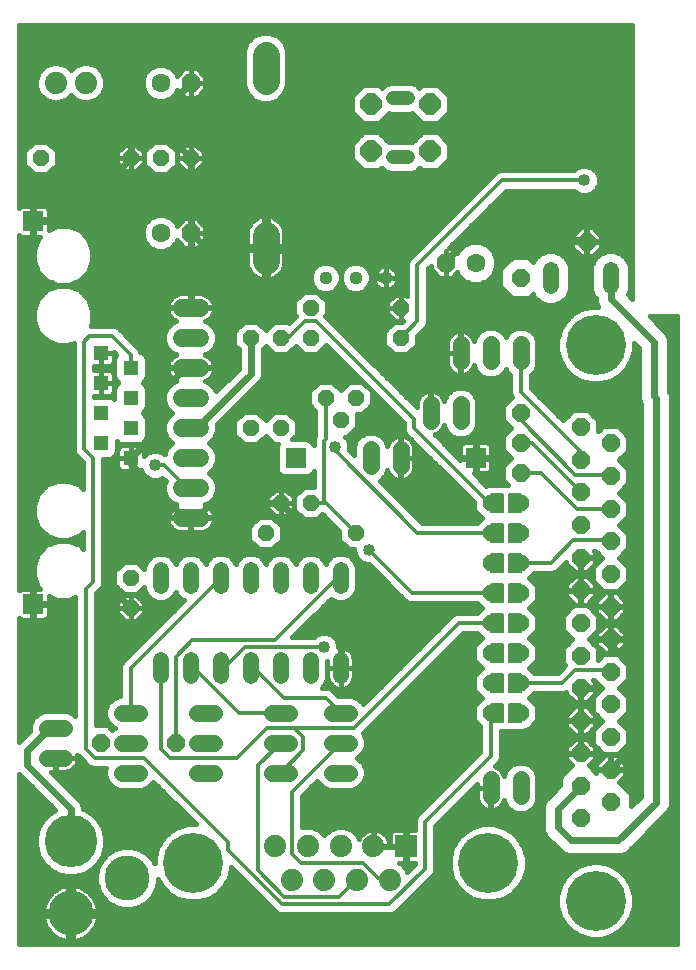
<source format=gbl>
G75*
%MOIN*%
%OFA0B0*%
%FSLAX24Y24*%
%IPPOS*%
%LPD*%
%AMOC8*
5,1,8,0,0,1.08239X$1,22.5*
%
%ADD10C,0.0520*%
%ADD11C,0.0560*%
%ADD12OC8,0.0600*%
%ADD13C,0.2000*%
%ADD14R,0.0740X0.0740*%
%ADD15C,0.0740*%
%ADD16C,0.0476*%
%ADD17OC8,0.0630*%
%ADD18C,0.0630*%
%ADD19C,0.0885*%
%ADD20OC8,0.0520*%
%ADD21C,0.0440*%
%ADD22OC8,0.0705*%
%ADD23OC8,0.0560*%
%ADD24C,0.0050*%
%ADD25R,0.0515X0.0515*%
%ADD26R,0.0675X0.0675*%
%ADD27C,0.0600*%
%ADD28C,0.1750*%
%ADD29C,0.1500*%
%ADD30R,0.0120X0.0060*%
%ADD31C,0.0240*%
%ADD32C,0.0160*%
%ADD33C,0.0120*%
%ADD34C,0.0400*%
D10*
X006125Y012603D02*
X006125Y013123D01*
X007125Y013123D02*
X007125Y012603D01*
X008125Y012603D02*
X008125Y013123D01*
X009125Y013123D02*
X009125Y012603D01*
X010125Y012603D02*
X010125Y013123D01*
X011125Y013123D02*
X011125Y012603D01*
X012125Y012603D02*
X012125Y013123D01*
X012125Y015603D02*
X012125Y016123D01*
X011125Y016123D02*
X011125Y015603D01*
X010125Y015603D02*
X010125Y016123D01*
X009125Y016123D02*
X009125Y015603D01*
X008125Y015603D02*
X008125Y016123D01*
X007125Y016123D02*
X007125Y015603D01*
X006125Y015603D02*
X006125Y016123D01*
X019125Y025603D02*
X019125Y026123D01*
X021125Y026123D02*
X021125Y025603D01*
D11*
X018125Y023643D02*
X018125Y023083D01*
X017125Y023083D02*
X017125Y023643D01*
X016125Y023643D02*
X016125Y023083D01*
X016125Y021643D02*
X016125Y021083D01*
X015125Y021083D02*
X015125Y021643D01*
X014125Y020143D02*
X014125Y019583D01*
X013125Y019583D02*
X013125Y020143D01*
X012405Y011363D02*
X011845Y011363D01*
X011845Y010363D02*
X012405Y010363D01*
X012405Y009363D02*
X011845Y009363D01*
X010405Y009363D02*
X009845Y009363D01*
X009845Y010363D02*
X010405Y010363D01*
X010405Y011363D02*
X009845Y011363D01*
X007905Y011363D02*
X007345Y011363D01*
X007345Y010363D02*
X007905Y010363D01*
X007905Y009363D02*
X007345Y009363D01*
X005405Y009363D02*
X004845Y009363D01*
X004845Y010363D02*
X005405Y010363D01*
X005405Y011363D02*
X004845Y011363D01*
X002905Y010863D02*
X002345Y010863D01*
X002345Y009863D02*
X002905Y009863D01*
X017125Y009143D02*
X017125Y008583D01*
X018125Y008583D02*
X018125Y009143D01*
D12*
X020125Y008933D03*
X020125Y010013D03*
X020125Y011103D03*
X020125Y012193D03*
X020125Y013273D03*
X020125Y014363D03*
X020125Y015453D03*
X020125Y016533D03*
X020125Y017623D03*
X020125Y018713D03*
X020125Y019793D03*
X020125Y020883D03*
X021125Y020343D03*
X021125Y019253D03*
X021125Y018163D03*
X021125Y017083D03*
X021125Y015993D03*
X021125Y014903D03*
X021125Y013823D03*
X021125Y012733D03*
X021125Y011643D03*
X021125Y010563D03*
X021125Y009473D03*
X021125Y008383D03*
X020125Y007843D03*
X018125Y019363D03*
X018125Y020363D03*
X018125Y021363D03*
X018125Y025863D03*
X020325Y027063D03*
X006625Y010363D03*
X004125Y010363D03*
D13*
X007204Y006363D03*
X017046Y006363D03*
X020625Y005103D03*
X020625Y023623D03*
D14*
X014306Y006922D03*
D15*
X013759Y005804D03*
X013216Y006922D03*
X012668Y005804D03*
X012125Y006922D03*
X011582Y005804D03*
X011034Y006922D03*
X010491Y005804D03*
X009944Y006922D03*
X003625Y032363D03*
X002625Y032363D03*
D16*
X013887Y031847D02*
X014363Y031847D01*
X014363Y029879D02*
X013887Y029879D01*
D17*
X015625Y026363D03*
X007125Y027363D03*
X007125Y032363D03*
D18*
X006125Y032363D03*
X006125Y027363D03*
X016625Y026363D03*
D19*
X009625Y026421D02*
X009625Y027306D01*
X009625Y032421D02*
X009625Y033306D01*
D20*
X007125Y029863D03*
X006125Y029863D03*
X005125Y029863D03*
X002125Y029863D03*
X009125Y023863D03*
X010125Y023863D03*
X011125Y023863D03*
X011125Y024863D03*
X011625Y021863D03*
X012125Y021113D03*
X012625Y021863D03*
X014125Y023863D03*
X014125Y024863D03*
X010125Y020863D03*
X009125Y020863D03*
X010125Y018363D03*
X009625Y017363D03*
X011125Y018363D03*
X012625Y017363D03*
X005125Y015863D03*
X005125Y014863D03*
D21*
X011625Y025863D03*
X012625Y025863D03*
X013625Y025863D03*
D22*
X013140Y030078D03*
X013140Y031648D03*
X015110Y031648D03*
X015110Y030078D03*
D23*
X017125Y018363D03*
X017125Y017363D03*
X017125Y016363D03*
X017125Y015363D03*
X017125Y014363D03*
X017125Y013363D03*
X017125Y012363D03*
X017125Y011363D03*
X018125Y011363D03*
X018125Y012363D03*
X018125Y013363D03*
X018125Y014363D03*
X018125Y015363D03*
X018125Y016363D03*
X018125Y017363D03*
X018125Y018363D03*
D24*
X018125Y018350D02*
X017725Y018350D01*
X017725Y018398D02*
X018125Y018398D01*
X018125Y018447D02*
X017725Y018447D01*
X017725Y018495D02*
X018125Y018495D01*
X018125Y018544D02*
X017725Y018544D01*
X017725Y018592D02*
X018125Y018592D01*
X018125Y018641D02*
X017725Y018641D01*
X017725Y018663D02*
X018125Y018663D01*
X018125Y018063D01*
X017725Y018063D01*
X017725Y018663D01*
X017525Y018663D02*
X017125Y018663D01*
X017125Y018063D01*
X017525Y018063D01*
X017525Y018663D01*
X017525Y018641D02*
X017125Y018641D01*
X017125Y018592D02*
X017525Y018592D01*
X017525Y018544D02*
X017125Y018544D01*
X017125Y018495D02*
X017525Y018495D01*
X017525Y018447D02*
X017125Y018447D01*
X017125Y018398D02*
X017525Y018398D01*
X017525Y018350D02*
X017125Y018350D01*
X017125Y018301D02*
X017525Y018301D01*
X017525Y018253D02*
X017125Y018253D01*
X017125Y018204D02*
X017525Y018204D01*
X017525Y018156D02*
X017125Y018156D01*
X017125Y018107D02*
X017525Y018107D01*
X017725Y018107D02*
X018125Y018107D01*
X018125Y018156D02*
X017725Y018156D01*
X017725Y018204D02*
X018125Y018204D01*
X018125Y018253D02*
X017725Y018253D01*
X017725Y018301D02*
X018125Y018301D01*
X018125Y017663D02*
X017725Y017663D01*
X017725Y017063D01*
X018125Y017063D01*
X018125Y017663D01*
X018125Y017622D02*
X017725Y017622D01*
X017725Y017574D02*
X018125Y017574D01*
X018125Y017525D02*
X017725Y017525D01*
X017725Y017477D02*
X018125Y017477D01*
X018125Y017428D02*
X017725Y017428D01*
X017725Y017380D02*
X018125Y017380D01*
X018125Y017331D02*
X017725Y017331D01*
X017725Y017283D02*
X018125Y017283D01*
X018125Y017234D02*
X017725Y017234D01*
X017725Y017186D02*
X018125Y017186D01*
X018125Y017137D02*
X017725Y017137D01*
X017725Y017089D02*
X018125Y017089D01*
X018125Y016663D02*
X017725Y016663D01*
X017725Y016063D01*
X018125Y016063D01*
X018125Y016663D01*
X018125Y016652D02*
X017725Y016652D01*
X017725Y016604D02*
X018125Y016604D01*
X018125Y016555D02*
X017725Y016555D01*
X017725Y016507D02*
X018125Y016507D01*
X018125Y016458D02*
X017725Y016458D01*
X017725Y016410D02*
X018125Y016410D01*
X018125Y016361D02*
X017725Y016361D01*
X017725Y016313D02*
X018125Y016313D01*
X018125Y016264D02*
X017725Y016264D01*
X017725Y016216D02*
X018125Y016216D01*
X018125Y016167D02*
X017725Y016167D01*
X017725Y016119D02*
X018125Y016119D01*
X018125Y016070D02*
X017725Y016070D01*
X017525Y016070D02*
X017125Y016070D01*
X017125Y016063D02*
X017525Y016063D01*
X017525Y016663D01*
X017125Y016663D01*
X017125Y016063D01*
X017125Y016119D02*
X017525Y016119D01*
X017525Y016167D02*
X017125Y016167D01*
X017125Y016216D02*
X017525Y016216D01*
X017525Y016264D02*
X017125Y016264D01*
X017125Y016313D02*
X017525Y016313D01*
X017525Y016361D02*
X017125Y016361D01*
X017125Y016410D02*
X017525Y016410D01*
X017525Y016458D02*
X017125Y016458D01*
X017125Y016507D02*
X017525Y016507D01*
X017525Y016555D02*
X017125Y016555D01*
X017125Y016604D02*
X017525Y016604D01*
X017525Y016652D02*
X017125Y016652D01*
X017125Y017063D02*
X017525Y017063D01*
X017525Y017663D01*
X017125Y017663D01*
X017125Y017063D01*
X017125Y017089D02*
X017525Y017089D01*
X017525Y017137D02*
X017125Y017137D01*
X017125Y017186D02*
X017525Y017186D01*
X017525Y017234D02*
X017125Y017234D01*
X017125Y017283D02*
X017525Y017283D01*
X017525Y017331D02*
X017125Y017331D01*
X017125Y017380D02*
X017525Y017380D01*
X017525Y017428D02*
X017125Y017428D01*
X017125Y017477D02*
X017525Y017477D01*
X017525Y017525D02*
X017125Y017525D01*
X017125Y017574D02*
X017525Y017574D01*
X017525Y017622D02*
X017125Y017622D01*
X017125Y015663D02*
X017525Y015663D01*
X017525Y015063D01*
X017125Y015063D01*
X017125Y015663D01*
X017125Y015634D02*
X017525Y015634D01*
X017525Y015585D02*
X017125Y015585D01*
X017125Y015537D02*
X017525Y015537D01*
X017525Y015488D02*
X017125Y015488D01*
X017125Y015440D02*
X017525Y015440D01*
X017525Y015391D02*
X017125Y015391D01*
X017125Y015343D02*
X017525Y015343D01*
X017525Y015294D02*
X017125Y015294D01*
X017125Y015246D02*
X017525Y015246D01*
X017525Y015197D02*
X017125Y015197D01*
X017125Y015149D02*
X017525Y015149D01*
X017525Y015100D02*
X017125Y015100D01*
X017125Y014663D02*
X017525Y014663D01*
X017525Y014063D01*
X017125Y014063D01*
X017125Y014663D01*
X017125Y014615D02*
X017525Y014615D01*
X017525Y014567D02*
X017125Y014567D01*
X017125Y014518D02*
X017525Y014518D01*
X017525Y014470D02*
X017125Y014470D01*
X017125Y014421D02*
X017525Y014421D01*
X017525Y014373D02*
X017125Y014373D01*
X017125Y014324D02*
X017525Y014324D01*
X017525Y014276D02*
X017125Y014276D01*
X017125Y014227D02*
X017525Y014227D01*
X017525Y014179D02*
X017125Y014179D01*
X017125Y014130D02*
X017525Y014130D01*
X017525Y014082D02*
X017125Y014082D01*
X017125Y013663D02*
X017525Y013663D01*
X017525Y013063D01*
X017125Y013063D01*
X017125Y013663D01*
X017125Y013645D02*
X017525Y013645D01*
X017525Y013597D02*
X017125Y013597D01*
X017125Y013548D02*
X017525Y013548D01*
X017525Y013500D02*
X017125Y013500D01*
X017125Y013451D02*
X017525Y013451D01*
X017525Y013403D02*
X017125Y013403D01*
X017125Y013354D02*
X017525Y013354D01*
X017525Y013306D02*
X017125Y013306D01*
X017125Y013257D02*
X017525Y013257D01*
X017525Y013209D02*
X017125Y013209D01*
X017125Y013160D02*
X017525Y013160D01*
X017525Y013112D02*
X017125Y013112D01*
X017125Y013063D02*
X017525Y013063D01*
X017725Y013063D02*
X018125Y013063D01*
X017725Y013063D01*
X017725Y013663D01*
X018125Y013663D01*
X018125Y013063D01*
X018125Y013112D02*
X017725Y013112D01*
X017725Y013160D02*
X018125Y013160D01*
X018125Y013209D02*
X017725Y013209D01*
X017725Y013257D02*
X018125Y013257D01*
X018125Y013306D02*
X017725Y013306D01*
X017725Y013354D02*
X018125Y013354D01*
X018125Y013403D02*
X017725Y013403D01*
X017725Y013451D02*
X018125Y013451D01*
X018125Y013500D02*
X017725Y013500D01*
X017725Y013548D02*
X018125Y013548D01*
X018125Y013597D02*
X017725Y013597D01*
X017725Y013645D02*
X018125Y013645D01*
X018125Y014063D02*
X017725Y014063D01*
X017725Y014663D01*
X018125Y014663D01*
X018125Y014063D01*
X018125Y014082D02*
X017725Y014082D01*
X017725Y014130D02*
X018125Y014130D01*
X018125Y014179D02*
X017725Y014179D01*
X017725Y014227D02*
X018125Y014227D01*
X018125Y014276D02*
X017725Y014276D01*
X017725Y014324D02*
X018125Y014324D01*
X018125Y014373D02*
X017725Y014373D01*
X017725Y014421D02*
X018125Y014421D01*
X018125Y014470D02*
X017725Y014470D01*
X017725Y014518D02*
X018125Y014518D01*
X018125Y014567D02*
X017725Y014567D01*
X017725Y014615D02*
X018125Y014615D01*
X018125Y015063D02*
X017725Y015063D01*
X017725Y015663D01*
X018125Y015663D01*
X018125Y015063D01*
X018125Y015100D02*
X017725Y015100D01*
X017725Y015149D02*
X018125Y015149D01*
X018125Y015197D02*
X017725Y015197D01*
X017725Y015246D02*
X018125Y015246D01*
X018125Y015294D02*
X017725Y015294D01*
X017725Y015343D02*
X018125Y015343D01*
X018125Y015391D02*
X017725Y015391D01*
X017725Y015440D02*
X018125Y015440D01*
X018125Y015488D02*
X017725Y015488D01*
X017725Y015537D02*
X018125Y015537D01*
X018125Y015585D02*
X017725Y015585D01*
X017725Y015634D02*
X018125Y015634D01*
X018125Y012663D02*
X017725Y012663D01*
X017725Y012063D01*
X018125Y012063D01*
X018125Y012663D01*
X018125Y012627D02*
X017725Y012627D01*
X017725Y012578D02*
X018125Y012578D01*
X018125Y012530D02*
X017725Y012530D01*
X017725Y012481D02*
X018125Y012481D01*
X018125Y012433D02*
X017725Y012433D01*
X017725Y012384D02*
X018125Y012384D01*
X018125Y012336D02*
X017725Y012336D01*
X017725Y012287D02*
X018125Y012287D01*
X018125Y012239D02*
X017725Y012239D01*
X017725Y012190D02*
X018125Y012190D01*
X018125Y012142D02*
X017725Y012142D01*
X017725Y012093D02*
X018125Y012093D01*
X018125Y011663D02*
X017725Y011663D01*
X017725Y011063D01*
X018125Y011063D01*
X018125Y011663D01*
X018125Y011657D02*
X017725Y011657D01*
X017725Y011608D02*
X018125Y011608D01*
X018125Y011560D02*
X017725Y011560D01*
X017725Y011511D02*
X018125Y011511D01*
X018125Y011463D02*
X017725Y011463D01*
X017725Y011414D02*
X018125Y011414D01*
X018125Y011366D02*
X017725Y011366D01*
X017725Y011317D02*
X018125Y011317D01*
X018125Y011269D02*
X017725Y011269D01*
X017725Y011220D02*
X018125Y011220D01*
X018125Y011172D02*
X017725Y011172D01*
X017725Y011123D02*
X018125Y011123D01*
X018125Y011075D02*
X017725Y011075D01*
X017525Y011075D02*
X017125Y011075D01*
X017125Y011063D02*
X017525Y011063D01*
X017525Y011663D01*
X017125Y011663D01*
X017125Y011063D01*
X017125Y011123D02*
X017525Y011123D01*
X017525Y011172D02*
X017125Y011172D01*
X017125Y011220D02*
X017525Y011220D01*
X017525Y011269D02*
X017125Y011269D01*
X017125Y011317D02*
X017525Y011317D01*
X017525Y011366D02*
X017125Y011366D01*
X017125Y011414D02*
X017525Y011414D01*
X017525Y011463D02*
X017125Y011463D01*
X017125Y011511D02*
X017525Y011511D01*
X017525Y011560D02*
X017125Y011560D01*
X017125Y011608D02*
X017525Y011608D01*
X017525Y011657D02*
X017125Y011657D01*
X017125Y012063D02*
X017525Y012063D01*
X017525Y012663D01*
X017125Y012663D01*
X017125Y012063D01*
X017125Y012093D02*
X017525Y012093D01*
X017525Y012142D02*
X017125Y012142D01*
X017125Y012190D02*
X017525Y012190D01*
X017525Y012239D02*
X017125Y012239D01*
X017125Y012287D02*
X017525Y012287D01*
X017525Y012336D02*
X017125Y012336D01*
X017125Y012384D02*
X017525Y012384D01*
X017525Y012433D02*
X017125Y012433D01*
X017125Y012481D02*
X017525Y012481D01*
X017525Y012530D02*
X017125Y012530D01*
X017125Y012578D02*
X017525Y012578D01*
X017525Y012627D02*
X017125Y012627D01*
D25*
X005125Y019863D03*
X005125Y020863D03*
X005125Y021863D03*
X005125Y022863D03*
X004125Y022363D03*
X004125Y021363D03*
X004125Y020363D03*
X004125Y023363D03*
D26*
X001875Y027743D03*
X010625Y019863D03*
X016625Y019863D03*
X001875Y014983D03*
D27*
X006825Y017863D02*
X007425Y017863D01*
X007425Y018863D02*
X006825Y018863D01*
X006825Y019863D02*
X007425Y019863D01*
X007425Y020863D02*
X006825Y020863D01*
X006825Y021863D02*
X007425Y021863D01*
X007425Y022863D02*
X006825Y022863D01*
X006825Y023863D02*
X007425Y023863D01*
X007425Y024863D02*
X006825Y024863D01*
D28*
X003125Y007084D03*
D29*
X003125Y004682D03*
X005015Y005863D03*
D30*
X022625Y008363D03*
X022625Y015863D03*
X022625Y021863D03*
D31*
X022563Y021926D01*
X022563Y023738D01*
X021125Y025176D01*
X021125Y025863D01*
X020325Y027063D02*
X020313Y027113D01*
X016313Y027113D01*
X015625Y026426D01*
X015625Y026363D01*
X013625Y025863D02*
X013438Y025863D01*
X012500Y026801D01*
X009688Y026801D01*
X009625Y026863D01*
X007625Y026863D01*
X007125Y027363D01*
X007125Y024863D01*
X007125Y022863D02*
X006938Y022863D01*
X005750Y021676D01*
X005750Y020488D01*
X005125Y019863D01*
X005125Y019676D01*
X006563Y018238D01*
X004500Y016176D01*
X004500Y015488D01*
X005125Y014863D01*
X006938Y017863D02*
X007125Y017863D01*
X007188Y017926D01*
X007375Y017926D01*
X007813Y018363D01*
X010125Y018363D01*
X010750Y017738D01*
X011375Y017738D01*
X012750Y016363D01*
X012750Y015363D01*
X012125Y014738D01*
X012125Y012863D01*
X006938Y017863D02*
X006563Y018238D01*
X007125Y020863D02*
X007313Y020863D01*
X009125Y022676D01*
X009125Y023863D01*
X007125Y027363D02*
X007125Y029863D01*
X005875Y031113D01*
X005125Y030363D01*
X005125Y029863D01*
X003063Y027801D01*
X001875Y027801D01*
X001875Y027743D01*
X005875Y031113D02*
X007125Y032363D01*
X021125Y013823D02*
X021125Y013613D01*
X021750Y012988D01*
X021750Y010113D01*
X021125Y009488D01*
X021125Y009473D01*
X020125Y008933D02*
X020125Y008926D01*
X019375Y008176D01*
X019375Y007551D01*
X019813Y007113D01*
X021375Y007113D01*
X022625Y008363D01*
X022625Y015863D01*
X022625Y021863D01*
X003125Y008176D02*
X003125Y007084D01*
X003125Y008176D02*
X001688Y009613D01*
X001688Y010113D01*
X002438Y010863D01*
X002625Y010863D01*
D32*
X001405Y009330D02*
X001405Y003643D01*
X023345Y003643D01*
X023345Y024583D01*
X022425Y024583D01*
X022846Y024162D01*
X022986Y024021D01*
X023062Y023838D01*
X023062Y022114D01*
X023125Y021963D01*
X023125Y008264D01*
X023049Y008080D01*
X021658Y006689D01*
X021474Y006613D01*
X019713Y006613D01*
X019529Y006689D01*
X019389Y006830D01*
X018951Y007268D01*
X018875Y007451D01*
X018875Y008275D01*
X018951Y008459D01*
X019092Y008600D01*
X019445Y008953D01*
X019445Y009215D01*
X019843Y009613D01*
X019846Y009613D01*
X019645Y009814D01*
X019645Y009993D01*
X020105Y009993D01*
X020105Y010033D01*
X019645Y010033D01*
X019645Y010212D01*
X019926Y010493D01*
X020105Y010493D01*
X020105Y010033D01*
X020145Y010033D01*
X020605Y010033D01*
X020605Y010212D01*
X020324Y010493D01*
X020145Y010493D01*
X020145Y010033D01*
X020145Y009993D01*
X020605Y009993D01*
X020605Y009814D01*
X020404Y009613D01*
X020407Y009613D01*
X020645Y009375D01*
X020645Y009453D01*
X021105Y009453D01*
X021105Y009493D01*
X020645Y009493D01*
X020645Y009672D01*
X020926Y009953D01*
X021105Y009953D01*
X021105Y009493D01*
X021145Y009493D01*
X021605Y009493D01*
X021605Y009672D01*
X021324Y009953D01*
X021145Y009953D01*
X021145Y009493D01*
X021145Y009453D01*
X021605Y009453D01*
X021605Y009274D01*
X021394Y009063D01*
X021407Y009063D01*
X021805Y008665D01*
X021805Y008250D01*
X022125Y008570D01*
X022125Y021675D01*
X022063Y021826D01*
X022063Y023531D01*
X021905Y023689D01*
X021905Y023455D01*
X021818Y023129D01*
X021649Y022837D01*
X021411Y022599D01*
X021119Y022430D01*
X020794Y022343D01*
X020456Y022343D01*
X020131Y022430D01*
X019839Y022599D01*
X019601Y022837D01*
X019432Y023129D01*
X019345Y023455D01*
X019345Y023792D01*
X019432Y024117D01*
X019601Y024409D01*
X019839Y024647D01*
X020131Y024816D01*
X020456Y024903D01*
X020697Y024903D01*
X020625Y025076D01*
X020625Y025198D01*
X020582Y025241D01*
X020485Y025476D01*
X020485Y026251D01*
X020582Y026486D01*
X020762Y026666D01*
X020998Y026763D01*
X021252Y026763D01*
X021488Y026666D01*
X021668Y026486D01*
X021765Y026251D01*
X021765Y025476D01*
X021697Y025311D01*
X021845Y025163D01*
X021845Y034283D01*
X001405Y034283D01*
X001405Y028203D01*
X001427Y028225D01*
X001468Y028248D01*
X001514Y028261D01*
X001842Y028261D01*
X001842Y027776D01*
X001908Y027776D01*
X002392Y027776D01*
X002392Y028104D01*
X002380Y028150D01*
X002357Y028191D01*
X002323Y028225D01*
X002282Y028248D01*
X002236Y028261D01*
X001908Y028261D01*
X001908Y027776D01*
X001908Y027711D01*
X002392Y027711D01*
X002392Y027474D01*
X002680Y027593D01*
X003070Y027593D01*
X003430Y027444D01*
X003706Y027168D01*
X003855Y026808D01*
X003855Y026418D01*
X003706Y026058D01*
X003430Y025782D01*
X003070Y025633D01*
X002680Y025633D01*
X002320Y025782D01*
X002044Y026058D01*
X001895Y026418D01*
X001895Y026808D01*
X002044Y027168D01*
X002102Y027226D01*
X001908Y027226D01*
X001908Y027711D01*
X001842Y027711D01*
X001842Y027226D01*
X001514Y027226D01*
X001468Y027238D01*
X001427Y027262D01*
X001405Y027284D01*
X001405Y015443D01*
X001427Y015465D01*
X001468Y015488D01*
X001514Y015501D01*
X001842Y015501D01*
X001842Y015016D01*
X001908Y015016D01*
X002392Y015016D01*
X002392Y015252D01*
X002680Y015133D01*
X003070Y015133D01*
X003285Y015222D01*
X003285Y011275D01*
X003222Y011338D01*
X003016Y011423D01*
X002234Y011423D01*
X002028Y011338D01*
X001870Y011180D01*
X001785Y010975D01*
X001785Y010776D01*
X001405Y010396D01*
X001405Y014524D01*
X001427Y014502D01*
X001468Y014478D01*
X001514Y014466D01*
X001842Y014466D01*
X001842Y014951D01*
X001908Y014951D01*
X001908Y015016D01*
X001908Y015501D01*
X002102Y015501D01*
X002044Y015558D01*
X001895Y015918D01*
X001895Y016308D01*
X002044Y016668D01*
X002320Y016944D01*
X002680Y017093D01*
X003070Y017093D01*
X003430Y016944D01*
X003535Y016839D01*
X003535Y017387D01*
X003430Y017282D01*
X003070Y017133D01*
X002680Y017133D01*
X002320Y017282D01*
X002044Y017558D01*
X001895Y017918D01*
X001895Y018308D01*
X002044Y018668D01*
X002320Y018944D01*
X002680Y019093D01*
X003070Y019093D01*
X003430Y018944D01*
X003535Y018839D01*
X003535Y019722D01*
X003370Y019887D01*
X003370Y019887D01*
X003274Y019983D01*
X003223Y020108D01*
X003223Y023696D01*
X003070Y023633D01*
X002680Y023633D01*
X002320Y023782D01*
X002044Y024058D01*
X001895Y024418D01*
X001895Y024808D01*
X002044Y025168D01*
X002320Y025444D01*
X002680Y025593D01*
X003070Y025593D01*
X003430Y025444D01*
X003706Y025168D01*
X003855Y024808D01*
X003855Y024418D01*
X003792Y024266D01*
X004568Y024266D01*
X004693Y024214D01*
X005318Y023589D01*
X005413Y023493D01*
X005454Y023394D01*
X005541Y023358D01*
X005620Y023279D01*
X005662Y023176D01*
X006459Y023176D01*
X006414Y023115D01*
X006380Y023047D01*
X006357Y022976D01*
X006345Y022901D01*
X006345Y022883D01*
X007105Y022883D01*
X007105Y022843D01*
X006345Y022843D01*
X006345Y022825D01*
X006357Y022751D01*
X006380Y022679D01*
X006414Y022612D01*
X006459Y022551D01*
X006512Y022497D01*
X006573Y022453D01*
X006641Y022418D01*
X006646Y022417D01*
X006496Y022355D01*
X006333Y022192D01*
X006245Y021979D01*
X006245Y021748D01*
X006333Y021535D01*
X006496Y021372D01*
X006516Y021363D01*
X006496Y021355D01*
X006333Y021192D01*
X006245Y020979D01*
X006245Y020748D01*
X006333Y020535D01*
X006496Y020372D01*
X006516Y020363D01*
X006496Y020355D01*
X006333Y020192D01*
X006247Y019983D01*
X006209Y020020D01*
X006033Y020093D01*
X005842Y020093D01*
X005666Y020020D01*
X005562Y019917D01*
X005562Y020144D01*
X005550Y020190D01*
X005527Y020231D01*
X005493Y020265D01*
X005452Y020288D01*
X005406Y020301D01*
X005125Y020301D01*
X004844Y020301D01*
X004798Y020288D01*
X004757Y020265D01*
X004723Y020231D01*
X004700Y020190D01*
X004688Y020144D01*
X004688Y019863D01*
X004688Y019582D01*
X004700Y019536D01*
X004723Y019495D01*
X004757Y019462D01*
X004798Y019438D01*
X004844Y019426D01*
X005125Y019426D01*
X005406Y019426D01*
X005452Y019438D01*
X005483Y019456D01*
X005531Y019341D01*
X005666Y019206D01*
X005842Y019133D01*
X006033Y019133D01*
X006186Y019197D01*
X006292Y019091D01*
X006245Y018979D01*
X006245Y018748D01*
X006333Y018535D01*
X006496Y018372D01*
X006646Y018310D01*
X006641Y018308D01*
X006573Y018274D01*
X006512Y018229D01*
X006459Y018176D01*
X006414Y018115D01*
X006380Y018047D01*
X006357Y017976D01*
X006345Y017901D01*
X006345Y017883D01*
X007105Y017883D01*
X007105Y017843D01*
X007145Y017843D01*
X007145Y017383D01*
X007463Y017383D01*
X007537Y017395D01*
X007609Y017418D01*
X007677Y017453D01*
X007738Y017497D01*
X007791Y017551D01*
X007836Y017612D01*
X007870Y017679D01*
X007893Y017751D01*
X007905Y017825D01*
X007905Y017843D01*
X007145Y017843D01*
X007145Y017883D01*
X007905Y017883D01*
X007905Y017901D01*
X007893Y017976D01*
X007870Y018047D01*
X007836Y018115D01*
X007791Y018176D01*
X007738Y018229D01*
X007677Y018274D01*
X007609Y018308D01*
X007604Y018310D01*
X007754Y018372D01*
X007917Y018535D01*
X008005Y018748D01*
X008005Y018979D01*
X007917Y019192D01*
X007754Y019355D01*
X007734Y019363D01*
X007754Y019372D01*
X010048Y019372D01*
X010050Y019367D02*
X010129Y019288D01*
X010232Y019246D01*
X011018Y019246D01*
X011121Y019288D01*
X011200Y019367D01*
X011223Y019422D01*
X011223Y018903D01*
X010901Y018903D01*
X010585Y018587D01*
X010585Y018140D01*
X010901Y017823D01*
X011349Y017823D01*
X011516Y017991D01*
X012085Y017422D01*
X012085Y017140D01*
X012401Y016823D01*
X012583Y016823D01*
X012583Y016705D01*
X012656Y016529D01*
X012791Y016394D01*
X012967Y016321D01*
X013062Y016321D01*
X014307Y015075D01*
X014432Y015023D01*
X016673Y015023D01*
X016833Y014863D01*
X016673Y014703D01*
X015995Y014703D01*
X015870Y014651D01*
X012885Y011667D01*
X012880Y011680D01*
X012722Y011838D01*
X012516Y011923D01*
X012046Y011923D01*
X011818Y012151D01*
X011693Y012203D01*
X011489Y012203D01*
X011583Y012297D01*
X011665Y012496D01*
X011665Y013074D01*
X011685Y013082D01*
X011685Y012863D01*
X011685Y012569D01*
X011696Y012500D01*
X011717Y012434D01*
X011749Y012373D01*
X011789Y012317D01*
X011838Y012268D01*
X011894Y012227D01*
X011956Y012195D01*
X012022Y012174D01*
X012090Y012163D01*
X012125Y012163D01*
X012160Y012163D01*
X012228Y012174D01*
X012294Y012195D01*
X012356Y012227D01*
X012412Y012268D01*
X012461Y012317D01*
X012501Y012373D01*
X012533Y012434D01*
X012554Y012500D01*
X012565Y012569D01*
X012565Y012863D01*
X012125Y012863D01*
X012125Y012163D01*
X012125Y012863D01*
X012125Y012863D01*
X012125Y012863D01*
X011685Y012863D01*
X012125Y012863D01*
X012125Y012863D01*
X012565Y012863D01*
X012565Y013158D01*
X012554Y013226D01*
X012533Y013292D01*
X012501Y013354D01*
X012461Y013410D01*
X012412Y013459D01*
X012356Y013500D01*
X012294Y013531D01*
X012228Y013552D01*
X012160Y013563D01*
X012125Y013563D01*
X012090Y013563D01*
X012042Y013556D01*
X012042Y013646D01*
X011969Y013823D01*
X011834Y013958D01*
X011658Y014031D01*
X011467Y014031D01*
X011291Y013958D01*
X011224Y013891D01*
X010508Y013891D01*
X011791Y015173D01*
X011819Y015145D01*
X012018Y015063D01*
X012232Y015063D01*
X012431Y015145D01*
X012583Y015297D01*
X012665Y015496D01*
X012665Y016231D01*
X012583Y016429D01*
X012431Y016581D01*
X012232Y016663D01*
X012018Y016663D01*
X011819Y016581D01*
X011667Y016429D01*
X011625Y016327D01*
X011583Y016429D01*
X011431Y016581D01*
X011232Y016663D01*
X011018Y016663D01*
X010819Y016581D01*
X010667Y016429D01*
X010625Y016327D01*
X010583Y016429D01*
X010431Y016581D01*
X010232Y016663D01*
X010018Y016663D01*
X009819Y016581D01*
X009667Y016429D01*
X009625Y016327D01*
X009583Y016429D01*
X009431Y016581D01*
X009232Y016663D01*
X009018Y016663D01*
X008819Y016581D01*
X008667Y016429D01*
X008625Y016327D01*
X008583Y016429D01*
X008431Y016581D01*
X008232Y016663D01*
X008018Y016663D01*
X007819Y016581D01*
X007667Y016429D01*
X007625Y016327D01*
X007583Y016429D01*
X007431Y016581D01*
X007232Y016663D01*
X007018Y016663D01*
X006819Y016581D01*
X006667Y016429D01*
X006625Y016327D01*
X006583Y016429D01*
X006431Y016581D01*
X006232Y016663D01*
X006018Y016663D01*
X005819Y016581D01*
X005667Y016429D01*
X005585Y016231D01*
X005585Y016167D01*
X005349Y016403D01*
X004901Y016403D01*
X004585Y016087D01*
X004585Y015640D01*
X004901Y015323D01*
X005349Y015323D01*
X005585Y015560D01*
X005585Y015496D01*
X005667Y015297D01*
X005819Y015145D01*
X006018Y015063D01*
X006232Y015063D01*
X006431Y015145D01*
X006583Y015297D01*
X006625Y015399D01*
X006667Y015297D01*
X006819Y015145D01*
X006895Y015114D01*
X004837Y013056D01*
X004785Y012931D01*
X004785Y011923D01*
X004734Y011923D01*
X004528Y011838D01*
X004370Y011680D01*
X004285Y011475D01*
X004285Y011252D01*
X004370Y011046D01*
X004528Y010888D01*
X004589Y010863D01*
X004528Y010838D01*
X004499Y010809D01*
X004365Y010943D01*
X003965Y010943D01*
X003965Y015347D01*
X004068Y015450D01*
X004163Y015546D01*
X004215Y015671D01*
X004215Y019826D01*
X004438Y019826D01*
X004541Y019868D01*
X004620Y019947D01*
X004662Y020050D01*
X004662Y020415D01*
X004709Y020368D01*
X004812Y020326D01*
X005438Y020326D01*
X005541Y020368D01*
X005620Y020447D01*
X005662Y020550D01*
X005662Y021176D01*
X005620Y021279D01*
X005541Y021358D01*
X005529Y021363D01*
X005541Y021368D01*
X005620Y021447D01*
X005662Y021550D01*
X005662Y022176D01*
X005620Y022279D01*
X005541Y022358D01*
X005529Y022363D01*
X005541Y022368D01*
X005620Y022447D01*
X005662Y022550D01*
X005662Y023176D01*
X005662Y023017D02*
X006370Y023017D01*
X006459Y023176D02*
X006512Y023229D01*
X006573Y023274D01*
X006641Y023308D01*
X006646Y023310D01*
X006496Y023372D01*
X006333Y023535D01*
X006245Y023748D01*
X006245Y023979D01*
X006333Y024192D01*
X006496Y024355D01*
X006646Y024417D01*
X006641Y024418D01*
X006573Y024453D01*
X006512Y024497D01*
X006459Y024551D01*
X006414Y024612D01*
X006380Y024679D01*
X006357Y024751D01*
X006345Y024825D01*
X006345Y024843D01*
X007105Y024843D01*
X007105Y024883D01*
X006345Y024883D01*
X006345Y024901D01*
X006357Y024976D01*
X006380Y025047D01*
X006414Y025115D01*
X006459Y025176D01*
X006512Y025229D01*
X006573Y025274D01*
X006641Y025308D01*
X006713Y025331D01*
X006787Y025343D01*
X007105Y025343D01*
X007105Y024883D01*
X007145Y024883D01*
X007905Y024883D01*
X007905Y024901D01*
X007893Y024976D01*
X007870Y025047D01*
X007836Y025115D01*
X007791Y025176D01*
X007738Y025229D01*
X007677Y025274D01*
X007609Y025308D01*
X007537Y025331D01*
X007463Y025343D01*
X007145Y025343D01*
X007145Y024883D01*
X007145Y024843D01*
X007905Y024843D01*
X007905Y024825D01*
X007893Y024751D01*
X007870Y024679D01*
X007836Y024612D01*
X007791Y024551D01*
X007738Y024497D01*
X007677Y024453D01*
X007609Y024418D01*
X007604Y024417D01*
X007754Y024355D01*
X007917Y024192D01*
X008005Y023979D01*
X008005Y023748D01*
X007917Y023535D01*
X007754Y023372D01*
X007604Y023310D01*
X007609Y023308D01*
X007677Y023274D01*
X007738Y023229D01*
X007791Y023176D01*
X007836Y023115D01*
X007870Y023047D01*
X007893Y022976D01*
X007905Y022901D01*
X007905Y022883D01*
X007145Y022883D01*
X007145Y022843D01*
X007905Y022843D01*
X007905Y022825D01*
X007893Y022751D01*
X007870Y022679D01*
X007836Y022612D01*
X007791Y022551D01*
X007738Y022497D01*
X007677Y022453D01*
X007609Y022418D01*
X007604Y022417D01*
X007754Y022355D01*
X007917Y022192D01*
X007963Y022080D01*
X008725Y022841D01*
X008725Y023500D01*
X008585Y023640D01*
X008585Y024087D01*
X008901Y024403D01*
X009349Y024403D01*
X009625Y024127D01*
X009901Y024403D01*
X010349Y024403D01*
X010391Y024360D01*
X010628Y024597D01*
X010585Y024640D01*
X010585Y025087D01*
X010901Y025403D01*
X011349Y025403D01*
X011665Y025087D01*
X011665Y024640D01*
X011622Y024597D01*
X014665Y021554D01*
X014665Y021679D01*
X014676Y021751D01*
X014699Y021820D01*
X014732Y021884D01*
X014774Y021943D01*
X014825Y021994D01*
X014884Y022037D01*
X014948Y022070D01*
X015017Y022092D01*
X015089Y022103D01*
X015115Y022103D01*
X015115Y021373D01*
X015135Y021373D01*
X015135Y022103D01*
X015161Y022103D01*
X015233Y022092D01*
X015302Y022070D01*
X015366Y022037D01*
X015425Y021994D01*
X015476Y021943D01*
X015518Y021884D01*
X015551Y021820D01*
X015569Y021765D01*
X015650Y021960D01*
X015808Y022118D01*
X016014Y022203D01*
X016236Y022203D01*
X016442Y022118D01*
X016600Y021960D01*
X016685Y021755D01*
X016685Y020972D01*
X016600Y020766D01*
X016442Y020608D01*
X016236Y020523D01*
X016014Y020523D01*
X015808Y020608D01*
X015650Y020766D01*
X015569Y020962D01*
X015551Y020907D01*
X015518Y020842D01*
X015476Y020784D01*
X015425Y020732D01*
X015366Y020690D01*
X015302Y020657D01*
X015262Y020644D01*
X016108Y019799D01*
X016108Y019831D01*
X016592Y019831D01*
X016592Y019896D01*
X016108Y019896D01*
X016108Y020224D01*
X016120Y020270D01*
X016143Y020311D01*
X016177Y020345D01*
X016218Y020368D01*
X016264Y020381D01*
X016592Y020381D01*
X016592Y019896D01*
X016658Y019896D01*
X017142Y019896D01*
X017142Y020224D01*
X017130Y020270D01*
X017107Y020311D01*
X017073Y020345D01*
X017032Y020368D01*
X016986Y020381D01*
X016658Y020381D01*
X016658Y019896D01*
X016658Y019831D01*
X017142Y019831D01*
X017142Y019502D01*
X017130Y019456D01*
X017107Y019415D01*
X017073Y019382D01*
X017032Y019358D01*
X016986Y019346D01*
X016658Y019346D01*
X016658Y019831D01*
X016592Y019831D01*
X016592Y019346D01*
X016561Y019346D01*
X016975Y018931D01*
X017064Y018968D01*
X017700Y018968D01*
X017545Y019123D01*
X017545Y019603D01*
X017805Y019863D01*
X017545Y020123D01*
X017545Y020603D01*
X017805Y020863D01*
X017545Y021123D01*
X017545Y021603D01*
X017826Y021884D01*
X017785Y021983D01*
X017785Y022631D01*
X017650Y022766D01*
X017625Y022827D01*
X017600Y022766D01*
X017442Y022608D01*
X017236Y022523D01*
X017014Y022523D01*
X016808Y022608D01*
X016650Y022766D01*
X016569Y022962D01*
X016551Y022907D01*
X016518Y022842D01*
X016476Y022784D01*
X016425Y022732D01*
X016366Y022690D01*
X016302Y022657D01*
X016233Y022635D01*
X016161Y022623D01*
X016135Y022623D01*
X016135Y023353D01*
X016115Y023353D01*
X016115Y022623D01*
X016089Y022623D01*
X016017Y022635D01*
X015948Y022657D01*
X015884Y022690D01*
X015825Y022732D01*
X015774Y022784D01*
X015732Y022842D01*
X015699Y022907D01*
X015676Y022976D01*
X015665Y023047D01*
X015665Y023353D01*
X016115Y023353D01*
X016115Y023373D01*
X015665Y023373D01*
X015665Y023679D01*
X015676Y023751D01*
X015699Y023820D01*
X015732Y023884D01*
X015774Y023943D01*
X015825Y023994D01*
X015884Y024037D01*
X015948Y024070D01*
X016017Y024092D01*
X016089Y024103D01*
X016115Y024103D01*
X016115Y023373D01*
X016135Y023373D01*
X016135Y024103D01*
X016161Y024103D01*
X016233Y024092D01*
X016302Y024070D01*
X016366Y024037D01*
X016425Y023994D01*
X016476Y023943D01*
X016518Y023884D01*
X016551Y023820D01*
X016569Y023765D01*
X016650Y023960D01*
X016808Y024118D01*
X017014Y024203D01*
X017236Y024203D01*
X017442Y024118D01*
X017600Y023960D01*
X017625Y023899D01*
X017650Y023960D01*
X017808Y024118D01*
X018014Y024203D01*
X018236Y024203D01*
X018442Y024118D01*
X018600Y023960D01*
X018685Y023755D01*
X018685Y022972D01*
X018600Y022766D01*
X018465Y022631D01*
X018465Y022192D01*
X019545Y021112D01*
X019545Y021123D01*
X019885Y021463D01*
X020365Y021463D01*
X020705Y021123D01*
X020705Y020743D01*
X020885Y020923D01*
X021365Y020923D01*
X021705Y020583D01*
X021705Y020103D01*
X021400Y019798D01*
X021705Y019493D01*
X021705Y019013D01*
X021400Y018708D01*
X021705Y018403D01*
X021705Y017923D01*
X021405Y017623D01*
X021705Y017323D01*
X021705Y016843D01*
X021400Y016538D01*
X021705Y016233D01*
X021705Y015753D01*
X021365Y015413D01*
X020885Y015413D01*
X020545Y015753D01*
X020545Y016233D01*
X020850Y016538D01*
X020615Y016773D01*
X020564Y016773D01*
X020605Y016732D01*
X020605Y016553D01*
X020145Y016553D01*
X020145Y016513D01*
X020145Y016053D01*
X020324Y016053D01*
X020605Y016334D01*
X020605Y016513D01*
X020145Y016513D01*
X020105Y016513D01*
X020105Y016053D01*
X019926Y016053D01*
X019645Y016334D01*
X019645Y016402D01*
X019318Y016075D01*
X019193Y016023D01*
X018577Y016023D01*
X018417Y015863D01*
X018685Y015595D01*
X018685Y015131D01*
X018417Y014863D01*
X018685Y014595D01*
X018685Y014131D01*
X018417Y013863D01*
X018685Y013595D01*
X018685Y013131D01*
X018417Y012863D01*
X018577Y012703D01*
X019359Y012703D01*
X019617Y012961D01*
X019545Y013033D01*
X019545Y013513D01*
X019850Y013818D01*
X019545Y014123D01*
X019545Y014603D01*
X019885Y014943D01*
X020365Y014943D01*
X020705Y014603D01*
X020705Y014123D01*
X020400Y013818D01*
X020705Y013513D01*
X020705Y013141D01*
X020712Y013141D01*
X020885Y013313D01*
X021365Y013313D01*
X021705Y012973D01*
X021705Y012493D01*
X021400Y012188D01*
X021705Y011883D01*
X021705Y011403D01*
X021405Y011103D01*
X021705Y010803D01*
X021705Y010323D01*
X021365Y009983D01*
X020885Y009983D01*
X020545Y010323D01*
X020545Y010803D01*
X020845Y011103D01*
X020545Y011403D01*
X020545Y011883D01*
X020850Y012188D01*
X020577Y012461D01*
X020536Y012461D01*
X020605Y012392D01*
X020605Y012213D01*
X020145Y012213D01*
X020145Y012173D01*
X020145Y011713D01*
X020324Y011713D01*
X020605Y011994D01*
X020605Y012173D01*
X020145Y012173D01*
X020105Y012173D01*
X020105Y011713D01*
X019926Y011713D01*
X019645Y011994D01*
X019645Y012055D01*
X019568Y012023D01*
X018577Y012023D01*
X018417Y011863D01*
X018685Y011595D01*
X018685Y011131D01*
X018357Y010803D01*
X018294Y010803D01*
X018186Y010758D01*
X017465Y010758D01*
X017465Y009858D01*
X017413Y009733D01*
X017262Y009582D01*
X017302Y009570D01*
X017366Y009537D01*
X017425Y009494D01*
X017476Y009443D01*
X017518Y009384D01*
X017551Y009320D01*
X017569Y009265D01*
X017650Y009460D01*
X017808Y009618D01*
X018014Y009703D01*
X018236Y009703D01*
X018442Y009618D01*
X018600Y009460D01*
X018685Y009255D01*
X018685Y008472D01*
X018600Y008266D01*
X018442Y008108D01*
X018236Y008023D01*
X018014Y008023D01*
X017808Y008108D01*
X017650Y008266D01*
X017569Y008462D01*
X017551Y008407D01*
X017518Y008342D01*
X017476Y008284D01*
X017425Y008232D01*
X017366Y008190D01*
X017302Y008157D01*
X017233Y008135D01*
X017161Y008123D01*
X017135Y008123D01*
X017135Y008853D01*
X017115Y008853D01*
X017115Y008123D01*
X017089Y008123D01*
X017017Y008135D01*
X016948Y008157D01*
X016884Y008190D01*
X016825Y008232D01*
X016774Y008284D01*
X016732Y008342D01*
X016699Y008407D01*
X016676Y008476D01*
X016665Y008547D01*
X016665Y008853D01*
X017115Y008853D01*
X017115Y008873D01*
X016665Y008873D01*
X016665Y008985D01*
X015277Y007597D01*
X015277Y006108D01*
X015226Y005983D01*
X014038Y004796D01*
X013943Y004700D01*
X013818Y004648D01*
X010120Y004648D01*
X009995Y004700D01*
X008484Y006211D01*
X008484Y006195D01*
X008397Y005869D01*
X008228Y005577D01*
X007990Y005339D01*
X007698Y005170D01*
X007372Y005083D01*
X007035Y005083D01*
X006710Y005170D01*
X006418Y005339D01*
X006179Y005577D01*
X006045Y005811D01*
X006045Y005728D01*
X005975Y005466D01*
X005839Y005231D01*
X005647Y005039D01*
X005412Y004903D01*
X005150Y004833D01*
X004879Y004833D01*
X004617Y004903D01*
X004382Y005039D01*
X004191Y005231D01*
X004055Y005466D01*
X003985Y005728D01*
X003985Y005999D01*
X004055Y006261D01*
X004191Y006496D01*
X004382Y006687D01*
X004617Y006823D01*
X004879Y006893D01*
X005150Y006893D01*
X005412Y006823D01*
X005647Y006687D01*
X005839Y006496D01*
X005924Y006349D01*
X005924Y006532D01*
X006011Y006857D01*
X006179Y007149D01*
X006418Y007387D01*
X006710Y007556D01*
X007035Y007643D01*
X007302Y007643D01*
X005885Y009060D01*
X005880Y009046D01*
X005722Y008888D01*
X005516Y008803D01*
X004734Y008803D01*
X004528Y008888D01*
X004370Y009046D01*
X004285Y009252D01*
X004285Y009475D01*
X004305Y009523D01*
X003870Y009523D01*
X003745Y009575D01*
X003432Y009887D01*
X003355Y009965D01*
X003365Y009899D01*
X003365Y009873D01*
X002635Y009873D01*
X002635Y009853D01*
X002635Y009403D01*
X002941Y009403D01*
X003013Y009415D01*
X003082Y009437D01*
X003146Y009470D01*
X003205Y009512D01*
X003256Y009564D01*
X003298Y009622D01*
X003331Y009687D01*
X003354Y009756D01*
X003365Y009827D01*
X003365Y009853D01*
X002635Y009853D01*
X002615Y009853D01*
X002615Y009403D01*
X002463Y009403D01*
X003464Y008402D01*
X003525Y008255D01*
X003525Y008172D01*
X003571Y008160D01*
X003834Y008008D01*
X004049Y007793D01*
X004201Y007530D01*
X004280Y007236D01*
X004280Y006932D01*
X004201Y006638D01*
X004049Y006375D01*
X004121Y006375D01*
X004049Y006375D02*
X003834Y006159D01*
X003571Y006007D01*
X003277Y005929D01*
X002973Y005929D01*
X002679Y006007D01*
X002416Y006159D01*
X002201Y006375D01*
X001405Y006375D01*
X001405Y006533D02*
X002109Y006533D01*
X002049Y006638D02*
X002201Y006375D01*
X002359Y006216D02*
X001405Y006216D01*
X001405Y006058D02*
X002592Y006058D01*
X002769Y005543D02*
X002674Y005497D01*
X002586Y005442D01*
X002504Y005377D01*
X002430Y005303D01*
X002365Y005221D01*
X002310Y005133D01*
X002264Y005039D01*
X002230Y004940D01*
X002207Y004838D01*
X002198Y004762D01*
X003045Y004762D01*
X003045Y004602D01*
X003205Y004602D01*
X003205Y003755D01*
X003281Y003764D01*
X003383Y003787D01*
X003481Y003822D01*
X003576Y003867D01*
X003664Y003922D01*
X003746Y003988D01*
X003820Y004061D01*
X003885Y004143D01*
X003940Y004232D01*
X003986Y004326D01*
X004020Y004424D01*
X004043Y004526D01*
X004052Y004602D01*
X003205Y004602D01*
X003205Y004762D01*
X004052Y004762D01*
X004043Y004838D01*
X004020Y004940D01*
X003986Y005039D01*
X003940Y005133D01*
X003885Y005221D01*
X003820Y005303D01*
X003746Y005377D01*
X003664Y005442D01*
X003576Y005497D01*
X003481Y005543D01*
X003383Y005577D01*
X003281Y005600D01*
X003205Y005609D01*
X003205Y004762D01*
X003045Y004762D01*
X003045Y005609D01*
X002969Y005600D01*
X002867Y005577D01*
X002769Y005543D01*
X002889Y005582D02*
X001405Y005582D01*
X001405Y005424D02*
X002563Y005424D01*
X002400Y005265D02*
X001405Y005265D01*
X001405Y005107D02*
X002297Y005107D01*
X002233Y004948D02*
X001405Y004948D01*
X001405Y004790D02*
X002201Y004790D01*
X002198Y004602D02*
X002207Y004526D01*
X002230Y004424D01*
X002264Y004326D01*
X002310Y004232D01*
X002365Y004143D01*
X002430Y004061D01*
X002504Y003988D01*
X002586Y003922D01*
X002674Y003867D01*
X002769Y003822D01*
X002867Y003787D01*
X002969Y003764D01*
X003045Y003755D01*
X003045Y004602D01*
X002198Y004602D01*
X002219Y004473D02*
X001405Y004473D01*
X001405Y004631D02*
X003045Y004631D01*
X003045Y004473D02*
X003205Y004473D01*
X003205Y004631D02*
X019426Y004631D01*
X019432Y004609D02*
X019345Y004935D01*
X019345Y005272D01*
X019432Y005597D01*
X019601Y005889D01*
X019839Y006127D01*
X020131Y006296D01*
X020456Y006383D01*
X020794Y006383D01*
X021119Y006296D01*
X021411Y006127D01*
X021649Y005889D01*
X021818Y005597D01*
X021905Y005272D01*
X021905Y004935D01*
X021818Y004609D01*
X021649Y004317D01*
X021411Y004079D01*
X021119Y003910D01*
X020794Y003823D01*
X020456Y003823D01*
X020131Y003910D01*
X019839Y004079D01*
X019601Y004317D01*
X019432Y004609D01*
X019511Y004473D02*
X004031Y004473D01*
X003980Y004314D02*
X019604Y004314D01*
X019762Y004156D02*
X003893Y004156D01*
X003755Y003997D02*
X019981Y003997D01*
X020399Y003839D02*
X003517Y003839D01*
X003205Y003839D02*
X003045Y003839D01*
X003045Y003997D02*
X003205Y003997D01*
X003205Y004156D02*
X003045Y004156D01*
X003045Y004314D02*
X003205Y004314D01*
X003205Y004790D02*
X003045Y004790D01*
X003045Y004948D02*
X003205Y004948D01*
X003205Y005107D02*
X003045Y005107D01*
X003045Y005265D02*
X003205Y005265D01*
X003205Y005424D02*
X003045Y005424D01*
X003045Y005582D02*
X003205Y005582D01*
X003361Y005582D02*
X004024Y005582D01*
X003985Y005741D02*
X001405Y005741D01*
X001405Y005899D02*
X003985Y005899D01*
X004001Y006058D02*
X003658Y006058D01*
X003891Y006216D02*
X004043Y006216D01*
X004141Y006533D02*
X004228Y006533D01*
X004216Y006692D02*
X004390Y006692D01*
X004258Y006850D02*
X004719Y006850D01*
X004280Y007009D02*
X006098Y007009D01*
X006009Y006850D02*
X005311Y006850D01*
X005640Y006692D02*
X005967Y006692D01*
X005924Y006533D02*
X005801Y006533D01*
X005909Y006375D02*
X005924Y006375D01*
X006045Y005741D02*
X006085Y005741D01*
X006006Y005582D02*
X006177Y005582D01*
X006333Y005424D02*
X005950Y005424D01*
X005859Y005265D02*
X006546Y005265D01*
X006948Y005107D02*
X005715Y005107D01*
X005490Y004948D02*
X009747Y004948D01*
X009905Y004790D02*
X004049Y004790D01*
X004017Y004948D02*
X004540Y004948D01*
X004315Y005107D02*
X003953Y005107D01*
X003850Y005265D02*
X004171Y005265D01*
X004079Y005424D02*
X003687Y005424D01*
X002270Y004314D02*
X001405Y004314D01*
X001405Y004156D02*
X002357Y004156D01*
X002495Y003997D02*
X001405Y003997D01*
X001405Y003839D02*
X002733Y003839D01*
X001405Y003680D02*
X023345Y003680D01*
X023345Y003839D02*
X020851Y003839D01*
X021269Y003997D02*
X023345Y003997D01*
X023345Y004156D02*
X021488Y004156D01*
X021646Y004314D02*
X023345Y004314D01*
X023345Y004473D02*
X021739Y004473D01*
X021824Y004631D02*
X023345Y004631D01*
X023345Y004790D02*
X021866Y004790D01*
X021905Y004948D02*
X023345Y004948D01*
X023345Y005107D02*
X021905Y005107D01*
X021905Y005265D02*
X023345Y005265D01*
X023345Y005424D02*
X021864Y005424D01*
X021822Y005582D02*
X023345Y005582D01*
X023345Y005741D02*
X021735Y005741D01*
X021639Y005899D02*
X023345Y005899D01*
X023345Y006058D02*
X021481Y006058D01*
X021257Y006216D02*
X023345Y006216D01*
X023345Y006375D02*
X020825Y006375D01*
X020425Y006375D02*
X018326Y006375D01*
X018326Y006532D02*
X018326Y006195D01*
X018239Y005869D01*
X018071Y005577D01*
X017832Y005339D01*
X017540Y005170D01*
X017215Y005083D01*
X016878Y005083D01*
X016552Y005170D01*
X016260Y005339D01*
X016022Y005577D01*
X015853Y005869D01*
X015766Y006195D01*
X015766Y006532D01*
X015853Y006857D01*
X016022Y007149D01*
X016260Y007387D01*
X016552Y007556D01*
X016878Y007643D01*
X017215Y007643D01*
X017540Y007556D01*
X017832Y007387D01*
X018071Y007149D01*
X018239Y006857D01*
X018326Y006532D01*
X018326Y006533D02*
X023345Y006533D01*
X023345Y006692D02*
X021661Y006692D01*
X021819Y006850D02*
X023345Y006850D01*
X023345Y007009D02*
X021978Y007009D01*
X022136Y007167D02*
X023345Y007167D01*
X023345Y007326D02*
X022295Y007326D01*
X022453Y007484D02*
X023345Y007484D01*
X023345Y007643D02*
X022612Y007643D01*
X022770Y007801D02*
X023345Y007801D01*
X023345Y007960D02*
X022929Y007960D01*
X023065Y008118D02*
X023345Y008118D01*
X023345Y008277D02*
X023125Y008277D01*
X023125Y008435D02*
X023345Y008435D01*
X023345Y008594D02*
X023125Y008594D01*
X023125Y008752D02*
X023345Y008752D01*
X023345Y008911D02*
X023125Y008911D01*
X023125Y009069D02*
X023345Y009069D01*
X023345Y009228D02*
X023125Y009228D01*
X023125Y009386D02*
X023345Y009386D01*
X023345Y009545D02*
X023125Y009545D01*
X023125Y009703D02*
X023345Y009703D01*
X023345Y009862D02*
X023125Y009862D01*
X023125Y010020D02*
X023345Y010020D01*
X023345Y010179D02*
X023125Y010179D01*
X023125Y010337D02*
X023345Y010337D01*
X023345Y010496D02*
X023125Y010496D01*
X023125Y010654D02*
X023345Y010654D01*
X023345Y010813D02*
X023125Y010813D01*
X023125Y010971D02*
X023345Y010971D01*
X023345Y011130D02*
X023125Y011130D01*
X023125Y011288D02*
X023345Y011288D01*
X023345Y011447D02*
X023125Y011447D01*
X023125Y011605D02*
X023345Y011605D01*
X023345Y011764D02*
X023125Y011764D01*
X023125Y011922D02*
X023345Y011922D01*
X023345Y012081D02*
X023125Y012081D01*
X023125Y012239D02*
X023345Y012239D01*
X023345Y012398D02*
X023125Y012398D01*
X023125Y012556D02*
X023345Y012556D01*
X023345Y012715D02*
X023125Y012715D01*
X023125Y012873D02*
X023345Y012873D01*
X023345Y013032D02*
X023125Y013032D01*
X023125Y013190D02*
X023345Y013190D01*
X023345Y013349D02*
X023125Y013349D01*
X023125Y013507D02*
X023345Y013507D01*
X023345Y013666D02*
X023125Y013666D01*
X023125Y013824D02*
X023345Y013824D01*
X023345Y013983D02*
X023125Y013983D01*
X023125Y014141D02*
X023345Y014141D01*
X023345Y014300D02*
X023125Y014300D01*
X023125Y014458D02*
X023345Y014458D01*
X023345Y014617D02*
X023125Y014617D01*
X023125Y014775D02*
X023345Y014775D01*
X023345Y014934D02*
X023125Y014934D01*
X023125Y015092D02*
X023345Y015092D01*
X023345Y015251D02*
X023125Y015251D01*
X023125Y015409D02*
X023345Y015409D01*
X023345Y015568D02*
X023125Y015568D01*
X023125Y015726D02*
X023345Y015726D01*
X023345Y015885D02*
X023125Y015885D01*
X023125Y016043D02*
X023345Y016043D01*
X023345Y016202D02*
X023125Y016202D01*
X023125Y016360D02*
X023345Y016360D01*
X023345Y016519D02*
X023125Y016519D01*
X023125Y016677D02*
X023345Y016677D01*
X023345Y016836D02*
X023125Y016836D01*
X023125Y016994D02*
X023345Y016994D01*
X023345Y017153D02*
X023125Y017153D01*
X023125Y017311D02*
X023345Y017311D01*
X023345Y017470D02*
X023125Y017470D01*
X023125Y017628D02*
X023345Y017628D01*
X023345Y017787D02*
X023125Y017787D01*
X023125Y017945D02*
X023345Y017945D01*
X023345Y018104D02*
X023125Y018104D01*
X023125Y018262D02*
X023345Y018262D01*
X023345Y018421D02*
X023125Y018421D01*
X023125Y018579D02*
X023345Y018579D01*
X023345Y018738D02*
X023125Y018738D01*
X023125Y018896D02*
X023345Y018896D01*
X023345Y019055D02*
X023125Y019055D01*
X023125Y019213D02*
X023345Y019213D01*
X023345Y019372D02*
X023125Y019372D01*
X023125Y019530D02*
X023345Y019530D01*
X023345Y019689D02*
X023125Y019689D01*
X023125Y019847D02*
X023345Y019847D01*
X023345Y020006D02*
X023125Y020006D01*
X023125Y020164D02*
X023345Y020164D01*
X023345Y020323D02*
X023125Y020323D01*
X023125Y020481D02*
X023345Y020481D01*
X023345Y020640D02*
X023125Y020640D01*
X023125Y020798D02*
X023345Y020798D01*
X023345Y020957D02*
X023125Y020957D01*
X023125Y021115D02*
X023345Y021115D01*
X023345Y021274D02*
X023125Y021274D01*
X023125Y021432D02*
X023345Y021432D01*
X023345Y021591D02*
X023125Y021591D01*
X023125Y021749D02*
X023345Y021749D01*
X023345Y021908D02*
X023125Y021908D01*
X023082Y022066D02*
X023345Y022066D01*
X023345Y022225D02*
X023062Y022225D01*
X023062Y022383D02*
X023345Y022383D01*
X023345Y022542D02*
X023062Y022542D01*
X023062Y022700D02*
X023345Y022700D01*
X023345Y022859D02*
X023062Y022859D01*
X023062Y023017D02*
X023345Y023017D01*
X023345Y023176D02*
X023062Y023176D01*
X023062Y023334D02*
X023345Y023334D01*
X023345Y023493D02*
X023062Y023493D01*
X023062Y023651D02*
X023345Y023651D01*
X023345Y023810D02*
X023062Y023810D01*
X023008Y023968D02*
X023345Y023968D01*
X023345Y024127D02*
X022881Y024127D01*
X022723Y024285D02*
X023345Y024285D01*
X023345Y024444D02*
X022564Y024444D01*
X022063Y023493D02*
X021905Y023493D01*
X021905Y023651D02*
X021942Y023651D01*
X021873Y023334D02*
X022063Y023334D01*
X022063Y023176D02*
X021830Y023176D01*
X021753Y023017D02*
X022063Y023017D01*
X022063Y022859D02*
X021662Y022859D01*
X021512Y022700D02*
X022063Y022700D01*
X022063Y022542D02*
X021312Y022542D01*
X020943Y022383D02*
X022063Y022383D01*
X022063Y022225D02*
X018465Y022225D01*
X018465Y022383D02*
X020307Y022383D01*
X019938Y022542D02*
X018465Y022542D01*
X018534Y022700D02*
X019738Y022700D01*
X019588Y022859D02*
X018638Y022859D01*
X018685Y023017D02*
X019497Y023017D01*
X019420Y023176D02*
X018685Y023176D01*
X018685Y023334D02*
X019377Y023334D01*
X019345Y023493D02*
X018685Y023493D01*
X018685Y023651D02*
X019345Y023651D01*
X019350Y023810D02*
X018662Y023810D01*
X018592Y023968D02*
X019392Y023968D01*
X019438Y024127D02*
X018421Y024127D01*
X017829Y024127D02*
X017421Y024127D01*
X017592Y023968D02*
X017658Y023968D01*
X016829Y024127D02*
X014869Y024127D01*
X014976Y024233D02*
X015027Y024358D01*
X015027Y026160D01*
X015130Y026262D01*
X015130Y026158D01*
X015420Y025868D01*
X015625Y025868D01*
X015830Y025868D01*
X016005Y026043D01*
X016036Y025970D01*
X016231Y025774D01*
X016487Y025668D01*
X016763Y025668D01*
X017019Y025774D01*
X017214Y025970D01*
X017320Y026225D01*
X017320Y026501D01*
X017214Y026757D01*
X017019Y026952D01*
X016763Y027058D01*
X016487Y027058D01*
X016231Y026952D01*
X016036Y026757D01*
X016005Y026683D01*
X015830Y026858D01*
X015726Y026858D01*
X017641Y028773D01*
X019911Y028773D01*
X019978Y028706D01*
X020155Y028633D01*
X020345Y028633D01*
X020522Y028706D01*
X020657Y028841D01*
X020730Y029018D01*
X020730Y029209D01*
X020657Y029385D01*
X020522Y029520D01*
X020345Y029593D01*
X020155Y029593D01*
X019978Y029520D01*
X019911Y029453D01*
X017432Y029453D01*
X017307Y029401D01*
X014495Y026589D01*
X014399Y026493D01*
X014348Y026368D01*
X014348Y025263D01*
X014307Y025303D01*
X014125Y025303D01*
X013943Y025303D01*
X013685Y025045D01*
X013685Y024863D01*
X013685Y024681D01*
X013943Y024423D01*
X014125Y024423D01*
X014204Y024423D01*
X014184Y024403D01*
X013901Y024403D01*
X013585Y024087D01*
X013585Y023640D01*
X013901Y023323D01*
X014349Y023323D01*
X014665Y023640D01*
X014665Y023922D01*
X014976Y024233D01*
X014997Y024285D02*
X019529Y024285D01*
X019635Y024444D02*
X015027Y024444D01*
X015027Y024602D02*
X019794Y024602D01*
X020035Y024761D02*
X015027Y024761D01*
X015027Y024919D02*
X020690Y024919D01*
X020625Y025078D02*
X019505Y025078D01*
X019488Y025061D02*
X019668Y025241D01*
X019765Y025476D01*
X019765Y026251D01*
X019668Y026486D01*
X019488Y026666D01*
X019252Y026763D01*
X018998Y026763D01*
X018762Y026666D01*
X018582Y026486D01*
X018548Y026402D01*
X018407Y026543D01*
X017843Y026543D01*
X017445Y026145D01*
X017445Y025582D01*
X017843Y025183D01*
X018407Y025183D01*
X018548Y025324D01*
X018582Y025241D01*
X018762Y025061D01*
X018998Y024963D01*
X019252Y024963D01*
X019488Y025061D01*
X019663Y025236D02*
X020587Y025236D01*
X020519Y025395D02*
X019731Y025395D01*
X019765Y025553D02*
X020485Y025553D01*
X020485Y025712D02*
X019765Y025712D01*
X019765Y025870D02*
X020485Y025870D01*
X020485Y026029D02*
X019765Y026029D01*
X019765Y026187D02*
X020485Y026187D01*
X020524Y026346D02*
X019726Y026346D01*
X019649Y026504D02*
X020601Y026504D01*
X020524Y026583D02*
X020805Y026864D01*
X020805Y027043D01*
X020345Y027043D01*
X020345Y026583D01*
X020524Y026583D01*
X020603Y026663D02*
X020759Y026663D01*
X020762Y026821D02*
X021845Y026821D01*
X021845Y026663D02*
X021491Y026663D01*
X021649Y026504D02*
X021845Y026504D01*
X021845Y026346D02*
X021726Y026346D01*
X021765Y026187D02*
X021845Y026187D01*
X021845Y026029D02*
X021765Y026029D01*
X021765Y025870D02*
X021845Y025870D01*
X021845Y025712D02*
X021765Y025712D01*
X021765Y025553D02*
X021845Y025553D01*
X021845Y025395D02*
X021731Y025395D01*
X021772Y025236D02*
X021845Y025236D01*
X021845Y026980D02*
X020805Y026980D01*
X020805Y027083D02*
X020345Y027083D01*
X020345Y027043D01*
X020305Y027043D01*
X020305Y026583D01*
X020126Y026583D01*
X019845Y026864D01*
X019845Y027043D01*
X020305Y027043D01*
X020305Y027083D01*
X019845Y027083D01*
X019845Y027262D01*
X020126Y027543D01*
X020305Y027543D01*
X020305Y027083D01*
X020345Y027083D01*
X020345Y027543D01*
X020524Y027543D01*
X020805Y027262D01*
X020805Y027083D01*
X020805Y027138D02*
X021845Y027138D01*
X021845Y027297D02*
X020770Y027297D01*
X020612Y027455D02*
X021845Y027455D01*
X021845Y027614D02*
X016481Y027614D01*
X016323Y027455D02*
X020038Y027455D01*
X019880Y027297D02*
X016164Y027297D01*
X016006Y027138D02*
X019845Y027138D01*
X019845Y026980D02*
X016953Y026980D01*
X017150Y026821D02*
X019888Y026821D01*
X020047Y026663D02*
X019491Y026663D01*
X018759Y026663D02*
X017253Y026663D01*
X017319Y026504D02*
X017804Y026504D01*
X017646Y026346D02*
X017320Y026346D01*
X017304Y026187D02*
X017487Y026187D01*
X017445Y026029D02*
X017239Y026029D01*
X017115Y025870D02*
X017445Y025870D01*
X017445Y025712D02*
X016868Y025712D01*
X016382Y025712D02*
X015027Y025712D01*
X015027Y025870D02*
X015418Y025870D01*
X015625Y025870D02*
X015625Y025870D01*
X015625Y025868D02*
X015625Y026363D01*
X015625Y026363D01*
X015625Y025868D01*
X015625Y026029D02*
X015625Y026029D01*
X015625Y026187D02*
X015625Y026187D01*
X015625Y026346D02*
X015625Y026346D01*
X015625Y026363D02*
X015625Y026757D01*
X015625Y026757D01*
X015625Y026363D01*
X015625Y026363D01*
X015625Y026504D02*
X015625Y026504D01*
X015625Y026663D02*
X015625Y026663D01*
X015867Y026821D02*
X016100Y026821D01*
X016297Y026980D02*
X015847Y026980D01*
X015361Y027455D02*
X010231Y027455D01*
X010232Y027451D02*
X010202Y027545D01*
X010157Y027632D01*
X010100Y027711D01*
X010031Y027781D01*
X009951Y027838D01*
X009864Y027883D01*
X009771Y027913D01*
X009693Y027925D01*
X009693Y026931D01*
X010247Y026931D01*
X010247Y027355D01*
X010232Y027451D01*
X010247Y027297D02*
X015203Y027297D01*
X015044Y027138D02*
X010247Y027138D01*
X010247Y026980D02*
X014886Y026980D01*
X014727Y026821D02*
X009693Y026821D01*
X009693Y026796D02*
X009693Y026931D01*
X009557Y026931D01*
X009557Y026796D01*
X009003Y026796D01*
X009003Y026372D01*
X009018Y026275D01*
X009048Y026182D01*
X009093Y026094D01*
X009150Y026015D01*
X009219Y025946D01*
X009299Y025888D01*
X009386Y025844D01*
X009479Y025814D01*
X009557Y025801D01*
X009557Y026796D01*
X009693Y026796D01*
X010247Y026796D01*
X010247Y026372D01*
X010232Y026275D01*
X010202Y026182D01*
X010157Y026094D01*
X010100Y026015D01*
X010031Y025946D01*
X009951Y025888D01*
X009864Y025844D01*
X009771Y025814D01*
X009693Y025801D01*
X009693Y026796D01*
X009693Y026663D02*
X009557Y026663D01*
X009557Y026821D02*
X006371Y026821D01*
X006462Y026859D02*
X006243Y026768D01*
X006007Y026768D01*
X005788Y026859D01*
X005621Y027026D01*
X005530Y027245D01*
X005530Y027482D01*
X005621Y027700D01*
X005788Y027868D01*
X006007Y027958D01*
X006243Y027958D01*
X006462Y027868D01*
X006629Y027700D01*
X006668Y027607D01*
X006920Y027858D01*
X007125Y027858D01*
X007330Y027858D01*
X007620Y027568D01*
X007620Y027363D01*
X007125Y027363D01*
X007125Y026868D01*
X007330Y026868D01*
X007620Y027158D01*
X007620Y027363D01*
X007125Y027363D01*
X007125Y027363D01*
X007125Y026868D01*
X006920Y026868D01*
X006668Y027120D01*
X006629Y027026D01*
X006462Y026859D01*
X006583Y026980D02*
X006808Y026980D01*
X007125Y026980D02*
X007125Y026980D01*
X007125Y027138D02*
X007125Y027138D01*
X007125Y027297D02*
X007125Y027297D01*
X007125Y027363D02*
X007125Y027363D01*
X007125Y027858D01*
X007125Y027363D01*
X007125Y027363D01*
X007125Y027455D02*
X007125Y027455D01*
X007125Y027614D02*
X007125Y027614D01*
X007125Y027772D02*
X007125Y027772D01*
X006834Y027772D02*
X006557Y027772D01*
X006665Y027614D02*
X006676Y027614D01*
X006310Y027931D02*
X015837Y027931D01*
X015995Y028089D02*
X002392Y028089D01*
X002392Y027931D02*
X005940Y027931D01*
X005693Y027772D02*
X001908Y027772D01*
X001908Y027614D02*
X001842Y027614D01*
X001842Y027455D02*
X001908Y027455D01*
X001908Y027297D02*
X001842Y027297D01*
X002032Y027138D02*
X001405Y027138D01*
X001405Y026980D02*
X001966Y026980D01*
X001900Y026821D02*
X001405Y026821D01*
X001405Y026663D02*
X001895Y026663D01*
X001895Y026504D02*
X001405Y026504D01*
X001405Y026346D02*
X001925Y026346D01*
X001991Y026187D02*
X001405Y026187D01*
X001405Y026029D02*
X002074Y026029D01*
X002232Y025870D02*
X001405Y025870D01*
X001405Y025712D02*
X002490Y025712D01*
X002584Y025553D02*
X001405Y025553D01*
X001405Y025395D02*
X002271Y025395D01*
X002112Y025236D02*
X001405Y025236D01*
X001405Y025078D02*
X002007Y025078D01*
X001941Y024919D02*
X001405Y024919D01*
X001405Y024761D02*
X001895Y024761D01*
X001895Y024602D02*
X001405Y024602D01*
X001405Y024444D02*
X001895Y024444D01*
X001950Y024285D02*
X001405Y024285D01*
X001405Y024127D02*
X002016Y024127D01*
X002134Y023968D02*
X001405Y023968D01*
X001405Y023810D02*
X002293Y023810D01*
X002637Y023651D02*
X001405Y023651D01*
X001405Y023493D02*
X003223Y023493D01*
X003223Y023651D02*
X003113Y023651D01*
X003223Y023334D02*
X001405Y023334D01*
X001405Y023176D02*
X003223Y023176D01*
X003223Y023017D02*
X001405Y023017D01*
X001405Y022859D02*
X003223Y022859D01*
X003223Y022700D02*
X001405Y022700D01*
X001405Y022542D02*
X003223Y022542D01*
X003223Y022383D02*
X001405Y022383D01*
X001405Y022225D02*
X003223Y022225D01*
X003223Y022066D02*
X001405Y022066D01*
X001405Y021908D02*
X003223Y021908D01*
X003223Y021749D02*
X001405Y021749D01*
X001405Y021591D02*
X003223Y021591D01*
X003223Y021432D02*
X001405Y021432D01*
X001405Y021274D02*
X003223Y021274D01*
X003223Y021115D02*
X001405Y021115D01*
X001405Y020957D02*
X003223Y020957D01*
X003223Y020798D02*
X001405Y020798D01*
X001405Y020640D02*
X003223Y020640D01*
X003223Y020481D02*
X001405Y020481D01*
X001405Y020323D02*
X003223Y020323D01*
X003223Y020164D02*
X001405Y020164D01*
X001405Y020006D02*
X003265Y020006D01*
X003410Y019847D02*
X001405Y019847D01*
X001405Y019689D02*
X003535Y019689D01*
X003535Y019530D02*
X001405Y019530D01*
X001405Y019372D02*
X003535Y019372D01*
X003535Y019213D02*
X001405Y019213D01*
X001405Y019055D02*
X002587Y019055D01*
X002272Y018896D02*
X001405Y018896D01*
X001405Y018738D02*
X002114Y018738D01*
X002007Y018579D02*
X001405Y018579D01*
X001405Y018421D02*
X001942Y018421D01*
X001895Y018262D02*
X001405Y018262D01*
X001405Y018104D02*
X001895Y018104D01*
X001895Y017945D02*
X001405Y017945D01*
X001405Y017787D02*
X001949Y017787D01*
X002015Y017628D02*
X001405Y017628D01*
X001405Y017470D02*
X002133Y017470D01*
X002291Y017311D02*
X001405Y017311D01*
X001405Y017153D02*
X002633Y017153D01*
X002441Y016994D02*
X001405Y016994D01*
X001405Y016836D02*
X002212Y016836D01*
X002053Y016677D02*
X001405Y016677D01*
X001405Y016519D02*
X001982Y016519D01*
X001917Y016360D02*
X001405Y016360D01*
X001405Y016202D02*
X001895Y016202D01*
X001895Y016043D02*
X001405Y016043D01*
X001405Y015885D02*
X001909Y015885D01*
X001975Y015726D02*
X001405Y015726D01*
X001405Y015568D02*
X002040Y015568D01*
X001908Y015409D02*
X001842Y015409D01*
X001842Y015251D02*
X001908Y015251D01*
X001908Y015092D02*
X001842Y015092D01*
X001908Y014951D02*
X002392Y014951D01*
X002392Y014622D01*
X002380Y014576D01*
X002357Y014535D01*
X002323Y014502D01*
X002282Y014478D01*
X002236Y014466D01*
X001908Y014466D01*
X001908Y014951D01*
X001908Y014934D02*
X001842Y014934D01*
X001842Y014775D02*
X001908Y014775D01*
X001908Y014617D02*
X001842Y014617D01*
X001405Y014458D02*
X003285Y014458D01*
X003285Y014300D02*
X001405Y014300D01*
X001405Y014141D02*
X003285Y014141D01*
X003285Y013983D02*
X001405Y013983D01*
X001405Y013824D02*
X003285Y013824D01*
X003285Y013666D02*
X001405Y013666D01*
X001405Y013507D02*
X003285Y013507D01*
X003285Y013349D02*
X001405Y013349D01*
X001405Y013190D02*
X003285Y013190D01*
X003285Y013032D02*
X001405Y013032D01*
X001405Y012873D02*
X003285Y012873D01*
X003285Y012715D02*
X001405Y012715D01*
X001405Y012556D02*
X003285Y012556D01*
X003285Y012398D02*
X001405Y012398D01*
X001405Y012239D02*
X003285Y012239D01*
X003285Y012081D02*
X001405Y012081D01*
X001405Y011922D02*
X003285Y011922D01*
X003285Y011764D02*
X001405Y011764D01*
X001405Y011605D02*
X003285Y011605D01*
X003285Y011447D02*
X001405Y011447D01*
X001405Y011288D02*
X001978Y011288D01*
X001849Y011130D02*
X001405Y011130D01*
X001405Y010971D02*
X001785Y010971D01*
X001785Y010813D02*
X001405Y010813D01*
X001405Y010654D02*
X001663Y010654D01*
X001504Y010496D02*
X001405Y010496D01*
X001405Y009330D02*
X001461Y009274D01*
X002613Y008122D01*
X002416Y008008D01*
X002201Y007793D01*
X002049Y007530D01*
X001970Y007236D01*
X001970Y006932D01*
X002049Y006638D01*
X002034Y006692D02*
X001405Y006692D01*
X001405Y006850D02*
X001992Y006850D01*
X001970Y007009D02*
X001405Y007009D01*
X001405Y007167D02*
X001970Y007167D01*
X001994Y007326D02*
X001405Y007326D01*
X001405Y007484D02*
X002037Y007484D01*
X002114Y007643D02*
X001405Y007643D01*
X001405Y007801D02*
X002209Y007801D01*
X002368Y007960D02*
X001405Y007960D01*
X001405Y008118D02*
X002607Y008118D01*
X002458Y008277D02*
X001405Y008277D01*
X001405Y008435D02*
X002300Y008435D01*
X002141Y008594D02*
X001405Y008594D01*
X001405Y008752D02*
X001983Y008752D01*
X001824Y008911D02*
X001405Y008911D01*
X001405Y009069D02*
X001666Y009069D01*
X001507Y009228D02*
X001405Y009228D01*
X001461Y009274D02*
X001461Y009274D01*
X002480Y009386D02*
X004285Y009386D01*
X004295Y009228D02*
X002639Y009228D01*
X002797Y009069D02*
X004361Y009069D01*
X004506Y008911D02*
X002956Y008911D01*
X003114Y008752D02*
X006193Y008752D01*
X006351Y008594D02*
X003273Y008594D01*
X003431Y008435D02*
X006510Y008435D01*
X006668Y008277D02*
X003516Y008277D01*
X003643Y008118D02*
X006827Y008118D01*
X006985Y007960D02*
X003882Y007960D01*
X004041Y007801D02*
X007144Y007801D01*
X007033Y007643D02*
X004136Y007643D01*
X004213Y007484D02*
X006585Y007484D01*
X006356Y007326D02*
X004256Y007326D01*
X004280Y007167D02*
X006198Y007167D01*
X006034Y008911D02*
X005744Y008911D01*
X004503Y010813D02*
X004496Y010813D01*
X004445Y010971D02*
X003965Y010971D01*
X003965Y011130D02*
X004336Y011130D01*
X004285Y011288D02*
X003965Y011288D01*
X003965Y011447D02*
X004285Y011447D01*
X004339Y011605D02*
X003965Y011605D01*
X003965Y011764D02*
X004454Y011764D01*
X004731Y011922D02*
X003965Y011922D01*
X003965Y012081D02*
X004785Y012081D01*
X004785Y012239D02*
X003965Y012239D01*
X003965Y012398D02*
X004785Y012398D01*
X004785Y012556D02*
X003965Y012556D01*
X003965Y012715D02*
X004785Y012715D01*
X004785Y012873D02*
X003965Y012873D01*
X003965Y013032D02*
X004827Y013032D01*
X004971Y013190D02*
X003965Y013190D01*
X003965Y013349D02*
X005130Y013349D01*
X005288Y013507D02*
X003965Y013507D01*
X003965Y013666D02*
X005447Y013666D01*
X005605Y013824D02*
X003965Y013824D01*
X003965Y013983D02*
X005764Y013983D01*
X005922Y014141D02*
X003965Y014141D01*
X003965Y014300D02*
X006081Y014300D01*
X006239Y014458D02*
X005342Y014458D01*
X005307Y014423D02*
X005565Y014681D01*
X005565Y014863D01*
X005125Y014863D01*
X005125Y014423D01*
X005125Y014863D01*
X005125Y014863D01*
X004685Y014863D01*
X004685Y014681D01*
X004943Y014423D01*
X005125Y014423D01*
X005307Y014423D01*
X005125Y014458D02*
X005125Y014458D01*
X005125Y014617D02*
X005125Y014617D01*
X005125Y014775D02*
X005125Y014775D01*
X005125Y014863D02*
X005125Y014863D01*
X005125Y014863D01*
X004685Y014863D01*
X004685Y015045D01*
X004943Y015303D01*
X005125Y015303D01*
X005125Y014863D01*
X005565Y014863D01*
X005565Y015045D01*
X005307Y015303D01*
X005125Y015303D01*
X005125Y014863D01*
X005125Y014863D01*
X005125Y014934D02*
X005125Y014934D01*
X005125Y015092D02*
X005125Y015092D01*
X005125Y015251D02*
X005125Y015251D01*
X005360Y015251D02*
X005714Y015251D01*
X005621Y015409D02*
X005435Y015409D01*
X005518Y015092D02*
X005948Y015092D01*
X006302Y015092D02*
X006873Y015092D01*
X006715Y014934D02*
X005565Y014934D01*
X005565Y014775D02*
X006556Y014775D01*
X006398Y014617D02*
X005501Y014617D01*
X004908Y014458D02*
X003965Y014458D01*
X003965Y014617D02*
X004749Y014617D01*
X004685Y014775D02*
X003965Y014775D01*
X003965Y014934D02*
X004685Y014934D01*
X004732Y015092D02*
X003965Y015092D01*
X003965Y015251D02*
X004890Y015251D01*
X004815Y015409D02*
X004027Y015409D01*
X004068Y015450D02*
X004068Y015450D01*
X004172Y015568D02*
X004657Y015568D01*
X004585Y015726D02*
X004215Y015726D01*
X004215Y015885D02*
X004585Y015885D01*
X004585Y016043D02*
X004215Y016043D01*
X004215Y016202D02*
X004700Y016202D01*
X004858Y016360D02*
X004215Y016360D01*
X004215Y016519D02*
X005757Y016519D01*
X005639Y016360D02*
X005392Y016360D01*
X005550Y016202D02*
X005585Y016202D01*
X006493Y016519D02*
X006757Y016519D01*
X006639Y016360D02*
X006611Y016360D01*
X006787Y017383D02*
X007105Y017383D01*
X007105Y017843D01*
X006345Y017843D01*
X006345Y017825D01*
X006357Y017751D01*
X006380Y017679D01*
X006414Y017612D01*
X006459Y017551D01*
X006512Y017497D01*
X006573Y017453D01*
X006641Y017418D01*
X006713Y017395D01*
X006787Y017383D01*
X006550Y017470D02*
X004215Y017470D01*
X004215Y017628D02*
X006406Y017628D01*
X006351Y017787D02*
X004215Y017787D01*
X004215Y017945D02*
X006352Y017945D01*
X006409Y018104D02*
X004215Y018104D01*
X004215Y018262D02*
X006558Y018262D01*
X006447Y018421D02*
X004215Y018421D01*
X004215Y018579D02*
X006315Y018579D01*
X006249Y018738D02*
X004215Y018738D01*
X004215Y018896D02*
X006245Y018896D01*
X006277Y019055D02*
X004215Y019055D01*
X004215Y019213D02*
X005659Y019213D01*
X005518Y019372D02*
X004215Y019372D01*
X004215Y019530D02*
X004703Y019530D01*
X004688Y019689D02*
X004215Y019689D01*
X004490Y019847D02*
X004688Y019847D01*
X004688Y019863D02*
X005125Y019863D01*
X005125Y019426D01*
X005125Y019863D01*
X005125Y019863D01*
X005125Y019863D01*
X004688Y019863D01*
X004688Y020006D02*
X004644Y020006D01*
X004662Y020164D02*
X004693Y020164D01*
X004662Y020323D02*
X006464Y020323D01*
X006387Y020481D02*
X005634Y020481D01*
X005662Y020640D02*
X006290Y020640D01*
X006245Y020798D02*
X005662Y020798D01*
X005662Y020957D02*
X006245Y020957D01*
X006302Y021115D02*
X005662Y021115D01*
X005622Y021274D02*
X006415Y021274D01*
X006436Y021432D02*
X005605Y021432D01*
X005662Y021591D02*
X006310Y021591D01*
X006245Y021749D02*
X005662Y021749D01*
X005662Y021908D02*
X006245Y021908D01*
X006281Y022066D02*
X005662Y022066D01*
X005642Y022225D02*
X006366Y022225D01*
X006565Y022383D02*
X005556Y022383D01*
X005659Y022542D02*
X006468Y022542D01*
X006373Y022700D02*
X005662Y022700D01*
X005662Y022859D02*
X007105Y022859D01*
X007145Y022859D02*
X008725Y022859D01*
X008725Y023017D02*
X007880Y023017D01*
X007791Y023176D02*
X008725Y023176D01*
X008725Y023334D02*
X007664Y023334D01*
X007875Y023493D02*
X008725Y023493D01*
X008585Y023651D02*
X007965Y023651D01*
X008005Y023810D02*
X008585Y023810D01*
X008585Y023968D02*
X008005Y023968D01*
X007944Y024127D02*
X008625Y024127D01*
X008783Y024285D02*
X007823Y024285D01*
X007659Y024444D02*
X010475Y024444D01*
X010622Y024602D02*
X007829Y024602D01*
X007895Y024761D02*
X010585Y024761D01*
X010585Y024919D02*
X007902Y024919D01*
X007854Y025078D02*
X010585Y025078D01*
X010734Y025236D02*
X007728Y025236D01*
X007145Y025236D02*
X007105Y025236D01*
X007105Y025078D02*
X007145Y025078D01*
X007145Y024919D02*
X007105Y024919D01*
X006522Y025236D02*
X003638Y025236D01*
X003743Y025078D02*
X006396Y025078D01*
X006348Y024919D02*
X003809Y024919D01*
X003855Y024761D02*
X006355Y024761D01*
X006421Y024602D02*
X003855Y024602D01*
X003855Y024444D02*
X006591Y024444D01*
X006427Y024285D02*
X003800Y024285D01*
X004125Y023363D02*
X004562Y023363D01*
X004125Y023363D01*
X004125Y022926D01*
X004406Y022926D01*
X004452Y022938D01*
X004493Y022962D01*
X004527Y022995D01*
X004550Y023036D01*
X004562Y023082D01*
X004562Y023363D01*
X004562Y023382D01*
X004648Y023297D01*
X004630Y023279D01*
X004588Y023176D01*
X004562Y023176D01*
X004588Y023176D02*
X004588Y022550D01*
X004630Y022447D01*
X004709Y022368D01*
X004721Y022363D01*
X004709Y022358D01*
X004630Y022279D01*
X004588Y022176D01*
X004588Y021812D01*
X004541Y021858D01*
X004438Y021901D01*
X003902Y021901D01*
X003902Y021926D01*
X004125Y021926D01*
X004406Y021926D01*
X004452Y021938D01*
X004493Y021962D01*
X004527Y021995D01*
X004550Y022036D01*
X004562Y022082D01*
X004562Y022363D01*
X004125Y022363D01*
X004125Y021926D01*
X004125Y022363D01*
X004125Y022363D01*
X004125Y022363D01*
X004562Y022363D01*
X004562Y022644D01*
X004550Y022690D01*
X004527Y022731D01*
X004493Y022765D01*
X004452Y022788D01*
X004406Y022801D01*
X004125Y022801D01*
X003902Y022801D01*
X003902Y022926D01*
X004125Y022926D01*
X004125Y023363D01*
X004125Y023363D01*
X004125Y023363D01*
X004125Y023334D02*
X004125Y023334D01*
X004125Y023176D02*
X004125Y023176D01*
X004125Y023017D02*
X004125Y023017D01*
X004125Y022801D02*
X004125Y022363D01*
X004125Y022363D01*
X004125Y022801D01*
X004125Y022700D02*
X004125Y022700D01*
X004125Y022542D02*
X004125Y022542D01*
X004125Y022383D02*
X004125Y022383D01*
X004125Y022225D02*
X004125Y022225D01*
X004125Y022066D02*
X004125Y022066D01*
X003902Y021908D02*
X004588Y021908D01*
X004588Y022066D02*
X004558Y022066D01*
X004562Y022225D02*
X004608Y022225D01*
X004562Y022383D02*
X004694Y022383D01*
X004591Y022542D02*
X004562Y022542D01*
X004544Y022700D02*
X004588Y022700D01*
X004588Y022859D02*
X003902Y022859D01*
X004539Y023017D02*
X004588Y023017D01*
X004611Y023334D02*
X004562Y023334D01*
X005097Y023810D02*
X006245Y023810D01*
X006245Y023968D02*
X004938Y023968D01*
X004780Y024127D02*
X006306Y024127D01*
X006285Y023651D02*
X005255Y023651D01*
X005413Y023493D02*
X006375Y023493D01*
X006586Y023334D02*
X005565Y023334D01*
X007685Y022383D02*
X008267Y022383D01*
X008108Y022225D02*
X007884Y022225D01*
X007782Y022542D02*
X008425Y022542D01*
X008584Y022700D02*
X007877Y022700D01*
X008764Y021749D02*
X011085Y021749D01*
X011085Y021640D02*
X011285Y021440D01*
X011285Y020629D01*
X011274Y020618D01*
X011223Y020493D01*
X011223Y020305D01*
X011200Y020359D01*
X011121Y020438D01*
X011018Y020481D01*
X010506Y020481D01*
X010665Y020640D01*
X011285Y020640D01*
X011285Y020798D02*
X010665Y020798D01*
X010665Y020640D02*
X010665Y021087D01*
X010349Y021403D01*
X009901Y021403D01*
X009625Y021127D01*
X009349Y021403D01*
X008901Y021403D01*
X008585Y021087D01*
X008585Y020640D01*
X007960Y020640D01*
X007917Y020535D02*
X008005Y020748D01*
X008005Y020979D01*
X008002Y020987D01*
X009352Y022337D01*
X009464Y022449D01*
X009525Y022596D01*
X009525Y023500D01*
X009625Y023600D01*
X009901Y023323D01*
X010349Y023323D01*
X010625Y023600D01*
X010901Y023323D01*
X011349Y023323D01*
X011641Y023616D01*
X014223Y021035D01*
X014223Y020796D01*
X014274Y020671D01*
X016565Y018380D01*
X016565Y018131D01*
X016833Y017863D01*
X016673Y017703D01*
X014828Y017703D01*
X013429Y019103D01*
X013442Y019108D01*
X013600Y019266D01*
X013681Y019462D01*
X013699Y019407D01*
X013732Y019342D01*
X013774Y019284D01*
X013825Y019232D01*
X013884Y019190D01*
X013948Y019157D01*
X014017Y019135D01*
X014089Y019123D01*
X014115Y019123D01*
X014115Y019853D01*
X014135Y019853D01*
X014135Y019123D01*
X014161Y019123D01*
X014233Y019135D01*
X014302Y019157D01*
X014366Y019190D01*
X014425Y019232D01*
X014476Y019284D01*
X014518Y019342D01*
X014551Y019407D01*
X014574Y019476D01*
X014585Y019547D01*
X014585Y019853D01*
X014135Y019853D01*
X014135Y019873D01*
X014585Y019873D01*
X014585Y020179D01*
X014574Y020251D01*
X014551Y020320D01*
X014518Y020384D01*
X014476Y020443D01*
X014425Y020494D01*
X014366Y020537D01*
X014302Y020570D01*
X014233Y020592D01*
X014161Y020603D01*
X014135Y020603D01*
X014135Y019873D01*
X014115Y019873D01*
X014115Y020603D01*
X014089Y020603D01*
X014017Y020592D01*
X013948Y020570D01*
X013884Y020537D01*
X013825Y020494D01*
X013774Y020443D01*
X013732Y020384D01*
X013699Y020320D01*
X013681Y020265D01*
X013600Y020460D01*
X013442Y020618D01*
X013236Y020703D01*
X013014Y020703D01*
X012808Y020618D01*
X012650Y020460D01*
X012565Y020255D01*
X012565Y019967D01*
X012409Y020122D01*
X012417Y020143D01*
X012417Y020334D01*
X012344Y020510D01*
X012281Y020573D01*
X012349Y020573D01*
X012665Y020890D01*
X012665Y021323D01*
X012849Y021323D01*
X013165Y021640D01*
X013165Y022087D01*
X012849Y022403D01*
X012401Y022403D01*
X012125Y022127D01*
X011849Y022403D01*
X011401Y022403D01*
X011085Y022087D01*
X011085Y021640D01*
X011134Y021591D02*
X008606Y021591D01*
X008447Y021432D02*
X011285Y021432D01*
X011285Y021274D02*
X010478Y021274D01*
X010637Y021115D02*
X011285Y021115D01*
X011285Y020957D02*
X010665Y020957D01*
X010507Y020481D02*
X011223Y020481D01*
X011215Y020323D02*
X011223Y020323D01*
X011202Y019372D02*
X011223Y019372D01*
X011223Y019213D02*
X007895Y019213D01*
X007973Y019055D02*
X011223Y019055D01*
X010894Y018896D02*
X008005Y018896D01*
X008001Y018738D02*
X009877Y018738D01*
X009943Y018803D02*
X009685Y018545D01*
X009685Y018363D01*
X009685Y018181D01*
X009943Y017923D01*
X010125Y017923D01*
X010307Y017923D01*
X010565Y018181D01*
X010565Y018363D01*
X010125Y018363D01*
X010125Y017923D01*
X010125Y018363D01*
X010125Y018363D01*
X010125Y018363D01*
X009685Y018363D01*
X010125Y018363D01*
X010125Y018363D01*
X010565Y018363D01*
X010565Y018545D01*
X010307Y018803D01*
X010125Y018803D01*
X009943Y018803D01*
X010125Y018803D02*
X010125Y018363D01*
X010125Y018363D01*
X010125Y018803D01*
X010125Y018738D02*
X010125Y018738D01*
X010125Y018579D02*
X010125Y018579D01*
X010125Y018421D02*
X010125Y018421D01*
X010125Y018262D02*
X010125Y018262D01*
X010125Y018104D02*
X010125Y018104D01*
X010125Y017945D02*
X010125Y017945D01*
X010329Y017945D02*
X010779Y017945D01*
X010621Y018104D02*
X010488Y018104D01*
X010565Y018262D02*
X010585Y018262D01*
X010585Y018421D02*
X010565Y018421D01*
X010585Y018579D02*
X010531Y018579D01*
X010373Y018738D02*
X010736Y018738D01*
X010050Y019367D02*
X010008Y019470D01*
X010008Y020256D01*
X010035Y020323D01*
X007786Y020323D01*
X007754Y020355D02*
X007917Y020192D01*
X008005Y019979D01*
X008005Y019748D01*
X007917Y019535D01*
X007754Y019372D01*
X007912Y019530D02*
X010008Y019530D01*
X010008Y019689D02*
X007981Y019689D01*
X008005Y019847D02*
X010008Y019847D01*
X010008Y020006D02*
X007994Y020006D01*
X007928Y020164D02*
X010008Y020164D01*
X010035Y020323D02*
X009901Y020323D01*
X009625Y020600D01*
X009349Y020323D01*
X008901Y020323D01*
X008585Y020640D01*
X008585Y020798D02*
X008005Y020798D01*
X008005Y020957D02*
X008585Y020957D01*
X008613Y021115D02*
X008130Y021115D01*
X008289Y021274D02*
X008772Y021274D01*
X008923Y021908D02*
X011085Y021908D01*
X011085Y022066D02*
X009081Y022066D01*
X009240Y022225D02*
X011223Y022225D01*
X011381Y022383D02*
X009398Y022383D01*
X009502Y022542D02*
X012716Y022542D01*
X012869Y022383D02*
X012874Y022383D01*
X013027Y022225D02*
X013033Y022225D01*
X013165Y022066D02*
X013191Y022066D01*
X013165Y021908D02*
X013350Y021908D01*
X013508Y021749D02*
X013165Y021749D01*
X013116Y021591D02*
X013667Y021591D01*
X013825Y021432D02*
X012958Y021432D01*
X012665Y021274D02*
X013984Y021274D01*
X014142Y021115D02*
X012665Y021115D01*
X012665Y020957D02*
X014223Y020957D01*
X014223Y020798D02*
X012574Y020798D01*
X012415Y020640D02*
X012860Y020640D01*
X012671Y020481D02*
X012356Y020481D01*
X012417Y020323D02*
X012593Y020323D01*
X012565Y020164D02*
X012417Y020164D01*
X012526Y020006D02*
X012565Y020006D01*
X013390Y020640D02*
X014305Y020640D01*
X014438Y020481D02*
X014464Y020481D01*
X014550Y020323D02*
X014622Y020323D01*
X014585Y020164D02*
X014781Y020164D01*
X014939Y020006D02*
X014585Y020006D01*
X014585Y019847D02*
X015098Y019847D01*
X015256Y019689D02*
X014585Y019689D01*
X014582Y019530D02*
X015415Y019530D01*
X015573Y019372D02*
X014534Y019372D01*
X014398Y019213D02*
X015732Y019213D01*
X015890Y019055D02*
X013477Y019055D01*
X013547Y019213D02*
X013852Y019213D01*
X013716Y019372D02*
X013644Y019372D01*
X014115Y019372D02*
X014135Y019372D01*
X014135Y019530D02*
X014115Y019530D01*
X014115Y019689D02*
X014135Y019689D01*
X014135Y019847D02*
X014115Y019847D01*
X014115Y020006D02*
X014135Y020006D01*
X014135Y020164D02*
X014115Y020164D01*
X014115Y020323D02*
X014135Y020323D01*
X014135Y020481D02*
X014115Y020481D01*
X013812Y020481D02*
X013579Y020481D01*
X013657Y020323D02*
X013700Y020323D01*
X014115Y019213D02*
X014135Y019213D01*
X013635Y018896D02*
X016049Y018896D01*
X016207Y018738D02*
X013794Y018738D01*
X013952Y018579D02*
X016366Y018579D01*
X016524Y018421D02*
X014111Y018421D01*
X014269Y018262D02*
X016565Y018262D01*
X016593Y018104D02*
X014428Y018104D01*
X014586Y017945D02*
X016751Y017945D01*
X016757Y017787D02*
X014745Y017787D01*
X016059Y019847D02*
X016592Y019847D01*
X016658Y019847D02*
X017789Y019847D01*
X017662Y020006D02*
X017142Y020006D01*
X017142Y020164D02*
X017545Y020164D01*
X017545Y020323D02*
X017095Y020323D01*
X016658Y020323D02*
X016592Y020323D01*
X016592Y020164D02*
X016658Y020164D01*
X016658Y020006D02*
X016592Y020006D01*
X016592Y019689D02*
X016658Y019689D01*
X016658Y019530D02*
X016592Y019530D01*
X016592Y019372D02*
X016658Y019372D01*
X016693Y019213D02*
X017545Y019213D01*
X017545Y019372D02*
X017056Y019372D01*
X017142Y019530D02*
X017545Y019530D01*
X017630Y019689D02*
X017142Y019689D01*
X016852Y019055D02*
X017613Y019055D01*
X017545Y020481D02*
X015425Y020481D01*
X015267Y020640D02*
X015777Y020640D01*
X015637Y020798D02*
X015487Y020798D01*
X015568Y020957D02*
X015571Y020957D01*
X015584Y020323D02*
X016155Y020323D01*
X016108Y020164D02*
X015742Y020164D01*
X015901Y020006D02*
X016108Y020006D01*
X016473Y020640D02*
X017581Y020640D01*
X017740Y020798D02*
X016613Y020798D01*
X016679Y020957D02*
X017711Y020957D01*
X017553Y021115D02*
X016685Y021115D01*
X016685Y021274D02*
X017545Y021274D01*
X017545Y021432D02*
X016685Y021432D01*
X016685Y021591D02*
X017545Y021591D01*
X017691Y021749D02*
X016685Y021749D01*
X016622Y021908D02*
X017816Y021908D01*
X017785Y022066D02*
X016494Y022066D01*
X016380Y022700D02*
X016716Y022700D01*
X016612Y022859D02*
X016527Y022859D01*
X016135Y022859D02*
X016115Y022859D01*
X016115Y023017D02*
X016135Y023017D01*
X016135Y023176D02*
X016115Y023176D01*
X016115Y023334D02*
X016135Y023334D01*
X016135Y023493D02*
X016115Y023493D01*
X016115Y023651D02*
X016135Y023651D01*
X016135Y023810D02*
X016115Y023810D01*
X016115Y023968D02*
X016135Y023968D01*
X016451Y023968D02*
X016658Y023968D01*
X016588Y023810D02*
X016555Y023810D01*
X015799Y023968D02*
X014711Y023968D01*
X014665Y023810D02*
X015695Y023810D01*
X015665Y023651D02*
X014665Y023651D01*
X014518Y023493D02*
X015665Y023493D01*
X015665Y023334D02*
X014360Y023334D01*
X013890Y023334D02*
X012885Y023334D01*
X013043Y023176D02*
X015665Y023176D01*
X015670Y023017D02*
X013202Y023017D01*
X013360Y022859D02*
X015723Y022859D01*
X015870Y022700D02*
X013519Y022700D01*
X013677Y022542D02*
X016969Y022542D01*
X017281Y022542D02*
X017785Y022542D01*
X017785Y022383D02*
X013836Y022383D01*
X013994Y022225D02*
X017785Y022225D01*
X017716Y022700D02*
X017534Y022700D01*
X018590Y022066D02*
X022063Y022066D01*
X022063Y021908D02*
X018749Y021908D01*
X018907Y021749D02*
X022094Y021749D01*
X022125Y021591D02*
X019066Y021591D01*
X019224Y021432D02*
X019854Y021432D01*
X019695Y021274D02*
X019383Y021274D01*
X019541Y021115D02*
X019545Y021115D01*
X020396Y021432D02*
X022125Y021432D01*
X022125Y021274D02*
X020555Y021274D01*
X020705Y021115D02*
X022125Y021115D01*
X022125Y020957D02*
X020705Y020957D01*
X020705Y020798D02*
X020760Y020798D01*
X021490Y020798D02*
X022125Y020798D01*
X022125Y020640D02*
X021649Y020640D01*
X021705Y020481D02*
X022125Y020481D01*
X022125Y020323D02*
X021705Y020323D01*
X021705Y020164D02*
X022125Y020164D01*
X022125Y020006D02*
X021608Y020006D01*
X021449Y019847D02*
X022125Y019847D01*
X022125Y019689D02*
X021510Y019689D01*
X021668Y019530D02*
X022125Y019530D01*
X022125Y019372D02*
X021705Y019372D01*
X021705Y019213D02*
X022125Y019213D01*
X022125Y019055D02*
X021705Y019055D01*
X021588Y018896D02*
X022125Y018896D01*
X022125Y018738D02*
X021430Y018738D01*
X021529Y018579D02*
X022125Y018579D01*
X022125Y018421D02*
X021688Y018421D01*
X021705Y018262D02*
X022125Y018262D01*
X022125Y018104D02*
X021705Y018104D01*
X021705Y017945D02*
X022125Y017945D01*
X022125Y017787D02*
X021569Y017787D01*
X021410Y017628D02*
X022125Y017628D01*
X022125Y017470D02*
X021559Y017470D01*
X021705Y017311D02*
X022125Y017311D01*
X022125Y017153D02*
X021705Y017153D01*
X021705Y016994D02*
X022125Y016994D01*
X022125Y016836D02*
X021698Y016836D01*
X021539Y016677D02*
X022125Y016677D01*
X022125Y016519D02*
X021420Y016519D01*
X021578Y016360D02*
X022125Y016360D01*
X022125Y016202D02*
X021705Y016202D01*
X021705Y016043D02*
X022125Y016043D01*
X022125Y015885D02*
X021705Y015885D01*
X021678Y015726D02*
X022125Y015726D01*
X022125Y015568D02*
X021520Y015568D01*
X021324Y015383D02*
X021605Y015102D01*
X021605Y014923D01*
X021145Y014923D01*
X021145Y014883D01*
X021145Y014423D01*
X021324Y014423D01*
X021605Y014704D01*
X021605Y014883D01*
X021145Y014883D01*
X021105Y014883D01*
X021105Y014423D01*
X020926Y014423D01*
X020645Y014704D01*
X020645Y014883D01*
X021105Y014883D01*
X021105Y014923D01*
X020645Y014923D01*
X020645Y015102D01*
X020926Y015383D01*
X021105Y015383D01*
X021105Y014923D01*
X021145Y014923D01*
X021145Y015383D01*
X021324Y015383D01*
X021456Y015251D02*
X022125Y015251D01*
X022125Y015409D02*
X020605Y015409D01*
X020605Y015433D02*
X020145Y015433D01*
X020145Y014973D01*
X020324Y014973D01*
X020605Y015254D01*
X020605Y015433D01*
X020605Y015473D02*
X020605Y015652D01*
X020324Y015933D01*
X020145Y015933D01*
X020145Y015473D01*
X020605Y015473D01*
X020605Y015568D02*
X020730Y015568D01*
X020572Y015726D02*
X020531Y015726D01*
X020545Y015885D02*
X020372Y015885D01*
X020145Y015885D02*
X020105Y015885D01*
X020105Y015933D02*
X019926Y015933D01*
X019645Y015652D01*
X019645Y015473D01*
X020105Y015473D01*
X020105Y015433D01*
X020145Y015433D01*
X020145Y015473D01*
X020105Y015473D01*
X020105Y015933D01*
X020105Y015726D02*
X020145Y015726D01*
X020145Y015568D02*
X020105Y015568D01*
X020105Y015433D02*
X019645Y015433D01*
X019645Y015254D01*
X019926Y014973D01*
X020105Y014973D01*
X020105Y015433D01*
X020105Y015409D02*
X020145Y015409D01*
X020145Y015251D02*
X020105Y015251D01*
X020105Y015092D02*
X020145Y015092D01*
X020375Y014934D02*
X020645Y014934D01*
X020645Y015092D02*
X020443Y015092D01*
X020601Y015251D02*
X020794Y015251D01*
X021105Y015251D02*
X021145Y015251D01*
X021145Y015092D02*
X021105Y015092D01*
X021105Y014934D02*
X021145Y014934D01*
X021145Y014775D02*
X021105Y014775D01*
X021105Y014617D02*
X021145Y014617D01*
X021145Y014458D02*
X021105Y014458D01*
X021105Y014303D02*
X020926Y014303D01*
X020645Y014022D01*
X020645Y013843D01*
X021105Y013843D01*
X021105Y013803D01*
X021145Y013803D01*
X021145Y013343D01*
X021324Y013343D01*
X021605Y013624D01*
X021605Y013803D01*
X021145Y013803D01*
X021145Y013843D01*
X021605Y013843D01*
X021605Y014022D01*
X021324Y014303D01*
X021145Y014303D01*
X021145Y013843D01*
X021105Y013843D01*
X021105Y014303D01*
X021105Y014300D02*
X021145Y014300D01*
X021145Y014141D02*
X021105Y014141D01*
X021105Y013983D02*
X021145Y013983D01*
X021145Y013824D02*
X022125Y013824D01*
X022125Y013666D02*
X021605Y013666D01*
X021488Y013507D02*
X022125Y013507D01*
X022125Y013349D02*
X021329Y013349D01*
X021145Y013349D02*
X021105Y013349D01*
X021105Y013343D02*
X021105Y013803D01*
X020645Y013803D01*
X020645Y013624D01*
X020926Y013343D01*
X021105Y013343D01*
X021105Y013507D02*
X021145Y013507D01*
X021145Y013666D02*
X021105Y013666D01*
X021105Y013824D02*
X020406Y013824D01*
X020553Y013666D02*
X020645Y013666D01*
X020705Y013507D02*
X020762Y013507D01*
X020705Y013349D02*
X020921Y013349D01*
X020762Y013190D02*
X020705Y013190D01*
X020645Y013983D02*
X020565Y013983D01*
X020705Y014141D02*
X020764Y014141D01*
X020705Y014300D02*
X020923Y014300D01*
X020891Y014458D02*
X020705Y014458D01*
X020692Y014617D02*
X020733Y014617D01*
X020645Y014775D02*
X020533Y014775D01*
X019875Y014934D02*
X018487Y014934D01*
X018505Y014775D02*
X019717Y014775D01*
X019558Y014617D02*
X018663Y014617D01*
X018685Y014458D02*
X019545Y014458D01*
X019545Y014300D02*
X018685Y014300D01*
X018685Y014141D02*
X019545Y014141D01*
X019685Y013983D02*
X018536Y013983D01*
X018456Y013824D02*
X019844Y013824D01*
X019697Y013666D02*
X018614Y013666D01*
X018685Y013507D02*
X019545Y013507D01*
X019545Y013349D02*
X018685Y013349D01*
X018685Y013190D02*
X019545Y013190D01*
X019546Y013032D02*
X018585Y013032D01*
X018427Y012873D02*
X019529Y012873D01*
X019371Y012715D02*
X018565Y012715D01*
X018476Y011922D02*
X019717Y011922D01*
X019876Y011764D02*
X018516Y011764D01*
X018675Y011605D02*
X020545Y011605D01*
X020545Y011447D02*
X020460Y011447D01*
X020324Y011583D02*
X020145Y011583D01*
X020145Y011123D01*
X020605Y011123D01*
X020605Y011302D01*
X020324Y011583D01*
X020374Y011764D02*
X020545Y011764D01*
X020533Y011922D02*
X020584Y011922D01*
X020605Y012081D02*
X020742Y012081D01*
X020799Y012239D02*
X020605Y012239D01*
X020599Y012398D02*
X020640Y012398D01*
X020145Y012081D02*
X020105Y012081D01*
X020105Y011922D02*
X020145Y011922D01*
X020145Y011764D02*
X020105Y011764D01*
X020105Y011583D02*
X019926Y011583D01*
X019645Y011302D01*
X019645Y011123D01*
X020105Y011123D01*
X020105Y011083D01*
X020145Y011083D01*
X020145Y010623D01*
X020324Y010623D01*
X020605Y010904D01*
X020605Y011083D01*
X020145Y011083D01*
X020145Y011123D01*
X020105Y011123D01*
X020105Y011583D01*
X020105Y011447D02*
X020145Y011447D01*
X020145Y011288D02*
X020105Y011288D01*
X020105Y011130D02*
X020145Y011130D01*
X020105Y011083D02*
X019645Y011083D01*
X019645Y010904D01*
X019926Y010623D01*
X020105Y010623D01*
X020105Y011083D01*
X020105Y010971D02*
X020145Y010971D01*
X020145Y010813D02*
X020105Y010813D01*
X020105Y010654D02*
X020145Y010654D01*
X020355Y010654D02*
X020545Y010654D01*
X020545Y010496D02*
X017465Y010496D01*
X017465Y010654D02*
X019895Y010654D01*
X019737Y010813D02*
X018366Y010813D01*
X018525Y010971D02*
X019645Y010971D01*
X019645Y011130D02*
X018683Y011130D01*
X018685Y011288D02*
X019645Y011288D01*
X019790Y011447D02*
X018685Y011447D01*
X019770Y010337D02*
X017465Y010337D01*
X017465Y010179D02*
X019645Y010179D01*
X019645Y009862D02*
X017465Y009862D01*
X017465Y010020D02*
X020105Y010020D01*
X020145Y010020D02*
X020848Y010020D01*
X020835Y009862D02*
X020605Y009862D01*
X020676Y009703D02*
X020494Y009703D01*
X020475Y009545D02*
X020645Y009545D01*
X020634Y009386D02*
X020645Y009386D01*
X021105Y009545D02*
X021145Y009545D01*
X021145Y009703D02*
X021105Y009703D01*
X021105Y009862D02*
X021145Y009862D01*
X021415Y009862D02*
X022125Y009862D01*
X022125Y010020D02*
X021402Y010020D01*
X021561Y010179D02*
X022125Y010179D01*
X022125Y010337D02*
X021705Y010337D01*
X021705Y010496D02*
X022125Y010496D01*
X022125Y010654D02*
X021705Y010654D01*
X021696Y010813D02*
X022125Y010813D01*
X022125Y010971D02*
X021537Y010971D01*
X021432Y011130D02*
X022125Y011130D01*
X022125Y011288D02*
X021590Y011288D01*
X021705Y011447D02*
X022125Y011447D01*
X022125Y011605D02*
X021705Y011605D01*
X021705Y011764D02*
X022125Y011764D01*
X022125Y011922D02*
X021666Y011922D01*
X021508Y012081D02*
X022125Y012081D01*
X022125Y012239D02*
X021451Y012239D01*
X021610Y012398D02*
X022125Y012398D01*
X022125Y012556D02*
X021705Y012556D01*
X021705Y012715D02*
X022125Y012715D01*
X022125Y012873D02*
X021705Y012873D01*
X021647Y013032D02*
X022125Y013032D01*
X022125Y013190D02*
X021488Y013190D01*
X021605Y013983D02*
X022125Y013983D01*
X022125Y014141D02*
X021486Y014141D01*
X021327Y014300D02*
X022125Y014300D01*
X022125Y014458D02*
X021359Y014458D01*
X021517Y014617D02*
X022125Y014617D01*
X022125Y014775D02*
X021605Y014775D01*
X021605Y014934D02*
X022125Y014934D01*
X022125Y015092D02*
X021605Y015092D01*
X020545Y016043D02*
X019241Y016043D01*
X019444Y016202D02*
X019778Y016202D01*
X019645Y016360D02*
X019603Y016360D01*
X020105Y016360D02*
X020145Y016360D01*
X020145Y016202D02*
X020105Y016202D01*
X020145Y016519D02*
X020830Y016519D01*
X020711Y016677D02*
X020605Y016677D01*
X020605Y016360D02*
X020672Y016360D01*
X020545Y016202D02*
X020472Y016202D01*
X019878Y015885D02*
X018438Y015885D01*
X018554Y015726D02*
X019719Y015726D01*
X019645Y015568D02*
X018685Y015568D01*
X018685Y015409D02*
X019645Y015409D01*
X019649Y015251D02*
X018685Y015251D01*
X018646Y015092D02*
X019807Y015092D01*
X016763Y014934D02*
X011551Y014934D01*
X011393Y014775D02*
X016745Y014775D01*
X016673Y014023D02*
X016203Y014023D01*
X012870Y010690D01*
X012880Y010680D01*
X012965Y010475D01*
X012965Y010252D01*
X012880Y010046D01*
X012722Y009888D01*
X012661Y009863D01*
X012722Y009838D01*
X012880Y009680D01*
X012965Y009475D01*
X012965Y009252D01*
X012880Y009046D01*
X012722Y008888D01*
X012516Y008803D01*
X011734Y008803D01*
X011528Y008888D01*
X011370Y009046D01*
X011346Y009104D01*
X010840Y008597D01*
X010840Y007545D01*
X010905Y007572D01*
X011164Y007572D01*
X011403Y007473D01*
X011580Y007296D01*
X011757Y007473D01*
X011996Y007572D01*
X012254Y007572D01*
X012493Y007473D01*
X012676Y007290D01*
X012725Y007172D01*
X012745Y007211D01*
X012796Y007281D01*
X012857Y007342D01*
X012927Y007393D01*
X013004Y007432D01*
X013087Y007459D01*
X013172Y007472D01*
X013196Y007472D01*
X013196Y006942D01*
X013236Y006942D01*
X013766Y006942D01*
X014286Y006942D01*
X014286Y006902D01*
X014326Y006902D01*
X014326Y006372D01*
X014598Y006372D01*
X014598Y006317D01*
X014352Y006071D01*
X014310Y006172D01*
X014127Y006355D01*
X014086Y006372D01*
X014286Y006372D01*
X014286Y006902D01*
X013236Y006902D01*
X013236Y006942D01*
X013236Y007472D01*
X013259Y007472D01*
X013344Y007459D01*
X013427Y007432D01*
X013504Y007393D01*
X013574Y007342D01*
X013635Y007281D01*
X013686Y007211D01*
X013725Y007133D01*
X013752Y007051D01*
X013756Y007025D01*
X013756Y007316D01*
X013768Y007362D01*
X013792Y007403D01*
X013826Y007436D01*
X013867Y007460D01*
X013912Y007472D01*
X014286Y007472D01*
X014286Y006942D01*
X014326Y006942D01*
X014326Y007472D01*
X014598Y007472D01*
X014598Y007806D01*
X014649Y007931D01*
X014745Y008026D01*
X016785Y010067D01*
X016785Y010911D01*
X016565Y011131D01*
X016565Y011595D01*
X016833Y011863D01*
X016565Y012131D01*
X016565Y012595D01*
X016833Y012863D01*
X016565Y013131D01*
X016565Y013595D01*
X016833Y013863D01*
X016673Y014023D01*
X016714Y013983D02*
X016163Y013983D01*
X016004Y013824D02*
X016794Y013824D01*
X016636Y013666D02*
X015846Y013666D01*
X015687Y013507D02*
X016565Y013507D01*
X016565Y013349D02*
X015529Y013349D01*
X015370Y013190D02*
X016565Y013190D01*
X016665Y013032D02*
X015212Y013032D01*
X015053Y012873D02*
X016823Y012873D01*
X016685Y012715D02*
X014895Y012715D01*
X014736Y012556D02*
X016565Y012556D01*
X016565Y012398D02*
X014578Y012398D01*
X014419Y012239D02*
X016565Y012239D01*
X016616Y012081D02*
X014261Y012081D01*
X014102Y011922D02*
X016774Y011922D01*
X016734Y011764D02*
X013944Y011764D01*
X013785Y011605D02*
X016575Y011605D01*
X016565Y011447D02*
X013627Y011447D01*
X013468Y011288D02*
X016565Y011288D01*
X016567Y011130D02*
X013310Y011130D01*
X013151Y010971D02*
X016725Y010971D01*
X016785Y010813D02*
X012993Y010813D01*
X012891Y010654D02*
X016785Y010654D01*
X016785Y010496D02*
X012956Y010496D01*
X012965Y010337D02*
X016785Y010337D01*
X016785Y010179D02*
X012935Y010179D01*
X012854Y010020D02*
X016739Y010020D01*
X016580Y009862D02*
X012665Y009862D01*
X012857Y009703D02*
X016422Y009703D01*
X016263Y009545D02*
X012936Y009545D01*
X012965Y009386D02*
X016105Y009386D01*
X015946Y009228D02*
X012955Y009228D01*
X012889Y009069D02*
X015788Y009069D01*
X015629Y008911D02*
X012744Y008911D01*
X011506Y008911D02*
X011153Y008911D01*
X010995Y008752D02*
X015471Y008752D01*
X015312Y008594D02*
X010840Y008594D01*
X010840Y008435D02*
X015154Y008435D01*
X014995Y008277D02*
X010840Y008277D01*
X010840Y008118D02*
X014837Y008118D01*
X014678Y007960D02*
X010840Y007960D01*
X010840Y007801D02*
X014598Y007801D01*
X014598Y007643D02*
X010840Y007643D01*
X011376Y007484D02*
X011783Y007484D01*
X011609Y007326D02*
X011550Y007326D01*
X012467Y007484D02*
X014598Y007484D01*
X014326Y007326D02*
X014286Y007326D01*
X014286Y007167D02*
X014326Y007167D01*
X014326Y007009D02*
X014286Y007009D01*
X014286Y006850D02*
X014326Y006850D01*
X014326Y006692D02*
X014286Y006692D01*
X014286Y006533D02*
X014326Y006533D01*
X014326Y006375D02*
X014286Y006375D01*
X014266Y006216D02*
X014497Y006216D01*
X014983Y005741D02*
X015928Y005741D01*
X015845Y005899D02*
X015142Y005899D01*
X015257Y006058D02*
X015803Y006058D01*
X015766Y006216D02*
X015277Y006216D01*
X015277Y006375D02*
X015766Y006375D01*
X015767Y006533D02*
X015277Y006533D01*
X015277Y006692D02*
X015809Y006692D01*
X015852Y006850D02*
X015277Y006850D01*
X015277Y007009D02*
X015941Y007009D01*
X016040Y007167D02*
X015277Y007167D01*
X015277Y007326D02*
X016199Y007326D01*
X016428Y007484D02*
X015277Y007484D01*
X015323Y007643D02*
X016876Y007643D01*
X017217Y007643D02*
X018875Y007643D01*
X018875Y007801D02*
X015481Y007801D01*
X015640Y007960D02*
X018875Y007960D01*
X018875Y008118D02*
X018452Y008118D01*
X018604Y008277D02*
X018876Y008277D01*
X018941Y008435D02*
X018670Y008435D01*
X018685Y008594D02*
X019086Y008594D01*
X019244Y008752D02*
X018685Y008752D01*
X018685Y008911D02*
X019403Y008911D01*
X019445Y009069D02*
X018685Y009069D01*
X018685Y009228D02*
X019458Y009228D01*
X019616Y009386D02*
X018630Y009386D01*
X018515Y009545D02*
X019775Y009545D01*
X019756Y009703D02*
X017383Y009703D01*
X017350Y009545D02*
X017735Y009545D01*
X017620Y009386D02*
X017517Y009386D01*
X017135Y008752D02*
X017115Y008752D01*
X017115Y008594D02*
X017135Y008594D01*
X017135Y008435D02*
X017115Y008435D01*
X017115Y008277D02*
X017135Y008277D01*
X017469Y008277D02*
X017646Y008277D01*
X017580Y008435D02*
X017561Y008435D01*
X017798Y008118D02*
X015798Y008118D01*
X015957Y008277D02*
X016781Y008277D01*
X016689Y008435D02*
X016115Y008435D01*
X016274Y008594D02*
X016665Y008594D01*
X016665Y008752D02*
X016432Y008752D01*
X016591Y008911D02*
X016665Y008911D01*
X017665Y007484D02*
X018875Y007484D01*
X018927Y007326D02*
X017894Y007326D01*
X018052Y007167D02*
X019051Y007167D01*
X019210Y007009D02*
X018152Y007009D01*
X018241Y006850D02*
X019368Y006850D01*
X019527Y006692D02*
X018283Y006692D01*
X018326Y006216D02*
X019993Y006216D01*
X019769Y006058D02*
X018290Y006058D01*
X018247Y005899D02*
X019611Y005899D01*
X019515Y005741D02*
X018165Y005741D01*
X018073Y005582D02*
X019428Y005582D01*
X019386Y005424D02*
X017917Y005424D01*
X017704Y005265D02*
X019345Y005265D01*
X019345Y005107D02*
X017302Y005107D01*
X016790Y005107D02*
X014349Y005107D01*
X014191Y004948D02*
X019345Y004948D01*
X019384Y004790D02*
X014032Y004790D01*
X014508Y005265D02*
X016388Y005265D01*
X016176Y005424D02*
X014666Y005424D01*
X014825Y005582D02*
X016019Y005582D01*
X013756Y007167D02*
X013708Y007167D01*
X013759Y007326D02*
X013590Y007326D01*
X013236Y007326D02*
X013196Y007326D01*
X013196Y007167D02*
X013236Y007167D01*
X013236Y007009D02*
X013196Y007009D01*
X012841Y007326D02*
X012641Y007326D01*
X011361Y009069D02*
X011312Y009069D01*
X011888Y012081D02*
X013299Y012081D01*
X013458Y012239D02*
X012373Y012239D01*
X012514Y012398D02*
X013616Y012398D01*
X013775Y012556D02*
X012563Y012556D01*
X012565Y012715D02*
X013933Y012715D01*
X014092Y012873D02*
X012565Y012873D01*
X012565Y013032D02*
X014250Y013032D01*
X014409Y013190D02*
X012560Y013190D01*
X012504Y013349D02*
X014567Y013349D01*
X014726Y013507D02*
X012341Y013507D01*
X012125Y013507D02*
X012125Y013507D01*
X012125Y013563D02*
X012125Y012863D01*
X012125Y012863D01*
X012125Y013563D01*
X012034Y013666D02*
X014884Y013666D01*
X015043Y013824D02*
X011968Y013824D01*
X011774Y013983D02*
X015201Y013983D01*
X015360Y014141D02*
X010759Y014141D01*
X010600Y013983D02*
X011351Y013983D01*
X010917Y014300D02*
X015518Y014300D01*
X015677Y014458D02*
X011076Y014458D01*
X011234Y014617D02*
X015835Y014617D01*
X014290Y015092D02*
X012302Y015092D01*
X012536Y015251D02*
X014132Y015251D01*
X013973Y015409D02*
X012629Y015409D01*
X012665Y015568D02*
X013815Y015568D01*
X013656Y015726D02*
X012665Y015726D01*
X012665Y015885D02*
X013498Y015885D01*
X013339Y016043D02*
X012665Y016043D01*
X012665Y016202D02*
X013181Y016202D01*
X012872Y016360D02*
X012611Y016360D01*
X012666Y016519D02*
X012493Y016519D01*
X012594Y016677D02*
X004215Y016677D01*
X004215Y016836D02*
X009389Y016836D01*
X009401Y016823D02*
X009849Y016823D01*
X010165Y017140D01*
X010165Y017587D01*
X009849Y017903D01*
X009401Y017903D01*
X009085Y017587D01*
X009085Y017140D01*
X009401Y016823D01*
X009230Y016994D02*
X004215Y016994D01*
X004215Y017153D02*
X009085Y017153D01*
X009085Y017311D02*
X004215Y017311D01*
X003535Y017311D02*
X003459Y017311D01*
X003535Y017153D02*
X003117Y017153D01*
X003309Y016994D02*
X003535Y016994D01*
X003285Y015092D02*
X002392Y015092D01*
X002392Y014934D02*
X003285Y014934D01*
X003285Y014775D02*
X002392Y014775D01*
X002391Y014617D02*
X003285Y014617D01*
X002396Y015251D02*
X002392Y015251D01*
X003478Y018896D02*
X003535Y018896D01*
X003535Y019055D02*
X003163Y019055D01*
X005125Y019530D02*
X005125Y019530D01*
X005125Y019689D02*
X005125Y019689D01*
X005125Y019847D02*
X005125Y019847D01*
X005125Y019863D02*
X005125Y020301D01*
X005125Y019863D01*
X005125Y019863D01*
X005125Y020006D02*
X005125Y020006D01*
X005125Y020164D02*
X005125Y020164D01*
X005557Y020164D02*
X006322Y020164D01*
X006256Y020006D02*
X006224Y020006D01*
X005651Y020006D02*
X005562Y020006D01*
X007105Y017787D02*
X007145Y017787D01*
X007145Y017628D02*
X007105Y017628D01*
X007105Y017470D02*
X007145Y017470D01*
X007700Y017470D02*
X009085Y017470D01*
X009126Y017628D02*
X007844Y017628D01*
X007899Y017787D02*
X009285Y017787D01*
X009685Y018262D02*
X007692Y018262D01*
X007803Y018421D02*
X009685Y018421D01*
X009719Y018579D02*
X007935Y018579D01*
X007841Y018104D02*
X009762Y018104D01*
X009921Y017945D02*
X007898Y017945D01*
X007757Y016519D02*
X007493Y016519D01*
X007611Y016360D02*
X007639Y016360D01*
X008493Y016519D02*
X008757Y016519D01*
X008639Y016360D02*
X008611Y016360D01*
X009493Y016519D02*
X009757Y016519D01*
X009639Y016360D02*
X009611Y016360D01*
X009861Y016836D02*
X012389Y016836D01*
X012230Y016994D02*
X010020Y016994D01*
X010165Y017153D02*
X012085Y017153D01*
X012085Y017311D02*
X010165Y017311D01*
X010165Y017470D02*
X012038Y017470D01*
X011879Y017628D02*
X010124Y017628D01*
X009965Y017787D02*
X011721Y017787D01*
X011562Y017945D02*
X011471Y017945D01*
X011493Y016519D02*
X011757Y016519D01*
X011639Y016360D02*
X011611Y016360D01*
X010757Y016519D02*
X010493Y016519D01*
X010611Y016360D02*
X010639Y016360D01*
X011710Y015092D02*
X011948Y015092D01*
X012125Y013349D02*
X012125Y013349D01*
X012125Y013190D02*
X012125Y013190D01*
X012125Y013032D02*
X012125Y013032D01*
X012125Y012873D02*
X012125Y012873D01*
X012125Y012715D02*
X012125Y012715D01*
X012125Y012556D02*
X012125Y012556D01*
X012125Y012398D02*
X012125Y012398D01*
X012125Y012239D02*
X012125Y012239D01*
X011877Y012239D02*
X011525Y012239D01*
X011624Y012398D02*
X011736Y012398D01*
X011687Y012556D02*
X011665Y012556D01*
X011665Y012715D02*
X011685Y012715D01*
X011685Y012873D02*
X011665Y012873D01*
X011665Y013032D02*
X011685Y013032D01*
X012519Y011922D02*
X013141Y011922D01*
X012982Y011764D02*
X012796Y011764D01*
X008637Y006058D02*
X008447Y006058D01*
X008405Y005899D02*
X008796Y005899D01*
X008954Y005741D02*
X008322Y005741D01*
X008231Y005582D02*
X009113Y005582D01*
X009271Y005424D02*
X008074Y005424D01*
X007862Y005265D02*
X009430Y005265D01*
X009588Y005107D02*
X007460Y005107D01*
X003818Y009545D02*
X003237Y009545D01*
X003337Y009703D02*
X003617Y009703D01*
X003458Y009862D02*
X002635Y009862D01*
X002635Y009703D02*
X002615Y009703D01*
X002615Y009545D02*
X002635Y009545D01*
X003272Y011288D02*
X003285Y011288D01*
X006536Y015251D02*
X006714Y015251D01*
X007754Y020355D02*
X007734Y020363D01*
X007754Y020372D01*
X007917Y020535D01*
X007863Y020481D02*
X008743Y020481D01*
X009507Y020481D02*
X009743Y020481D01*
X009772Y021274D02*
X009478Y021274D01*
X009525Y022700D02*
X012557Y022700D01*
X012399Y022859D02*
X009525Y022859D01*
X009525Y023017D02*
X012240Y023017D01*
X012082Y023176D02*
X009525Y023176D01*
X009525Y023334D02*
X009890Y023334D01*
X009732Y023493D02*
X009525Y023493D01*
X009467Y024285D02*
X009783Y024285D01*
X010518Y023493D02*
X010732Y023493D01*
X010890Y023334D02*
X010360Y023334D01*
X011360Y023334D02*
X011923Y023334D01*
X011765Y023493D02*
X011518Y023493D01*
X012092Y024127D02*
X013625Y024127D01*
X013585Y023968D02*
X012251Y023968D01*
X012409Y023810D02*
X013585Y023810D01*
X013585Y023651D02*
X012568Y023651D01*
X012726Y023493D02*
X013732Y023493D01*
X013783Y024285D02*
X011934Y024285D01*
X011775Y024444D02*
X013922Y024444D01*
X014125Y024444D02*
X014125Y024444D01*
X014125Y024423D02*
X014125Y024863D01*
X014125Y024863D01*
X014125Y024423D01*
X014125Y024602D02*
X014125Y024602D01*
X014125Y024761D02*
X014125Y024761D01*
X014125Y024863D02*
X013685Y024863D01*
X014125Y024863D01*
X014125Y024863D01*
X014125Y025303D01*
X014125Y024863D01*
X014125Y024863D01*
X014125Y024919D02*
X014125Y024919D01*
X014125Y025078D02*
X014125Y025078D01*
X014125Y025236D02*
X014125Y025236D01*
X013876Y025236D02*
X011516Y025236D01*
X011526Y025363D02*
X011724Y025363D01*
X011908Y025439D01*
X012049Y025580D01*
X012125Y025764D01*
X012201Y025580D01*
X012342Y025439D01*
X012526Y025363D01*
X012724Y025363D01*
X012908Y025439D01*
X013049Y025580D01*
X013125Y025764D01*
X013125Y025963D01*
X013049Y026146D01*
X012908Y026287D01*
X012724Y026363D01*
X012526Y026363D01*
X012342Y026287D01*
X012201Y026146D01*
X012125Y025963D01*
X012125Y025764D01*
X012125Y025963D01*
X012049Y026146D01*
X011908Y026287D01*
X011724Y026363D01*
X011526Y026363D01*
X011342Y026287D01*
X011201Y026146D01*
X011125Y025963D01*
X011125Y025764D01*
X011201Y025580D01*
X011342Y025439D01*
X011526Y025363D01*
X011449Y025395D02*
X011357Y025395D01*
X011228Y025553D02*
X003166Y025553D01*
X003260Y025712D02*
X011147Y025712D01*
X011125Y025870D02*
X009916Y025870D01*
X009693Y025870D02*
X009557Y025870D01*
X009557Y026029D02*
X009693Y026029D01*
X009693Y026187D02*
X009557Y026187D01*
X009557Y026346D02*
X009693Y026346D01*
X009693Y026504D02*
X009557Y026504D01*
X009557Y026931D02*
X009002Y026931D01*
X009003Y027355D01*
X009018Y027451D01*
X009048Y027545D01*
X009093Y027632D01*
X009150Y027711D01*
X009219Y027781D01*
X009299Y027838D01*
X009386Y027883D01*
X009479Y027913D01*
X009557Y027925D01*
X009557Y026931D01*
X009557Y026980D02*
X009693Y026980D01*
X009693Y027138D02*
X009557Y027138D01*
X009557Y027297D02*
X009693Y027297D01*
X009693Y027455D02*
X009557Y027455D01*
X009557Y027614D02*
X009693Y027614D01*
X009693Y027772D02*
X009557Y027772D01*
X009211Y027772D02*
X007416Y027772D01*
X007574Y027614D02*
X009083Y027614D01*
X009019Y027455D02*
X007620Y027455D01*
X007620Y027297D02*
X009003Y027297D01*
X009003Y027138D02*
X007600Y027138D01*
X007442Y026980D02*
X009003Y026980D01*
X009003Y026663D02*
X003855Y026663D01*
X003850Y026821D02*
X005879Y026821D01*
X005667Y026980D02*
X003784Y026980D01*
X003718Y027138D02*
X005574Y027138D01*
X005530Y027297D02*
X003577Y027297D01*
X003403Y027455D02*
X005530Y027455D01*
X005585Y027614D02*
X002392Y027614D01*
X001908Y027931D02*
X001842Y027931D01*
X001842Y028089D02*
X001908Y028089D01*
X001908Y028248D02*
X001842Y028248D01*
X001467Y028248D02*
X001405Y028248D01*
X001405Y028406D02*
X016312Y028406D01*
X016154Y028248D02*
X002283Y028248D01*
X001405Y028565D02*
X016471Y028565D01*
X016629Y028723D02*
X001405Y028723D01*
X001405Y028882D02*
X016788Y028882D01*
X016946Y029040D02*
X001405Y029040D01*
X001405Y029199D02*
X017105Y029199D01*
X017263Y029357D02*
X006383Y029357D01*
X006349Y029323D02*
X006665Y029640D01*
X006665Y030087D01*
X006349Y030403D01*
X005901Y030403D01*
X005585Y030087D01*
X005585Y029640D01*
X005901Y029323D01*
X006349Y029323D01*
X006541Y029516D02*
X006850Y029516D01*
X006943Y029423D02*
X006685Y029681D01*
X006685Y029863D01*
X007125Y029863D01*
X007125Y029423D01*
X007307Y029423D01*
X007565Y029681D01*
X007565Y029863D01*
X007125Y029863D01*
X007125Y029863D01*
X007125Y029423D01*
X006943Y029423D01*
X007125Y029516D02*
X007125Y029516D01*
X007125Y029674D02*
X007125Y029674D01*
X007125Y029833D02*
X007125Y029833D01*
X007125Y029863D02*
X007125Y029863D01*
X007125Y029863D01*
X007565Y029863D01*
X007565Y030045D01*
X007307Y030303D01*
X007125Y030303D01*
X006943Y030303D01*
X006685Y030045D01*
X006685Y029863D01*
X007125Y029863D01*
X007125Y030303D01*
X007125Y029863D01*
X007125Y029863D01*
X007125Y029991D02*
X007125Y029991D01*
X007125Y030150D02*
X007125Y030150D01*
X007461Y030150D02*
X012508Y030150D01*
X012508Y030308D02*
X006444Y030308D01*
X006602Y030150D02*
X006789Y030150D01*
X006685Y029991D02*
X006665Y029991D01*
X006665Y029833D02*
X006685Y029833D01*
X006692Y029674D02*
X006665Y029674D01*
X005867Y029357D02*
X002383Y029357D01*
X002349Y029323D02*
X002665Y029640D01*
X002665Y030087D01*
X002349Y030403D01*
X001901Y030403D01*
X001585Y030087D01*
X001585Y029640D01*
X001901Y029323D01*
X002349Y029323D01*
X002541Y029516D02*
X004850Y029516D01*
X004943Y029423D02*
X005125Y029423D01*
X005307Y029423D01*
X005565Y029681D01*
X005565Y029863D01*
X005125Y029863D01*
X005125Y029423D01*
X005125Y029863D01*
X005125Y029863D01*
X005125Y029863D01*
X004685Y029863D01*
X004685Y029681D01*
X004943Y029423D01*
X005125Y029516D02*
X005125Y029516D01*
X005125Y029674D02*
X005125Y029674D01*
X005125Y029833D02*
X005125Y029833D01*
X005125Y029863D02*
X005125Y029863D01*
X005565Y029863D01*
X005565Y030045D01*
X005307Y030303D01*
X005125Y030303D01*
X004943Y030303D01*
X004685Y030045D01*
X004685Y029863D01*
X005125Y029863D01*
X005125Y030303D01*
X005125Y029863D01*
X005125Y029863D01*
X005125Y029991D02*
X005125Y029991D01*
X005125Y030150D02*
X005125Y030150D01*
X005461Y030150D02*
X005648Y030150D01*
X005585Y029991D02*
X005565Y029991D01*
X005565Y029833D02*
X005585Y029833D01*
X005585Y029674D02*
X005558Y029674D01*
X005709Y029516D02*
X005400Y029516D01*
X004789Y030150D02*
X002602Y030150D01*
X002665Y029991D02*
X004685Y029991D01*
X004685Y029833D02*
X002665Y029833D01*
X002665Y029674D02*
X004692Y029674D01*
X005806Y030308D02*
X002444Y030308D01*
X001806Y030308D02*
X001405Y030308D01*
X001405Y030150D02*
X001648Y030150D01*
X001585Y029991D02*
X001405Y029991D01*
X001405Y029833D02*
X001585Y029833D01*
X001585Y029674D02*
X001405Y029674D01*
X001405Y029516D02*
X001709Y029516D01*
X001867Y029357D02*
X001405Y029357D01*
X001405Y030467D02*
X012634Y030467D01*
X012508Y030340D02*
X012878Y030711D01*
X013402Y030711D01*
X013736Y030377D01*
X013784Y030397D01*
X014466Y030397D01*
X014514Y030377D01*
X014848Y030711D01*
X015372Y030711D01*
X015742Y030340D01*
X015742Y029816D01*
X015372Y029446D01*
X014848Y029446D01*
X014755Y029539D01*
X014656Y029440D01*
X014466Y029361D01*
X013784Y029361D01*
X013594Y029440D01*
X013495Y029539D01*
X013402Y029446D01*
X012878Y029446D01*
X012508Y029816D01*
X012508Y030340D01*
X012508Y029991D02*
X007565Y029991D01*
X007565Y029833D02*
X012508Y029833D01*
X012649Y029674D02*
X007558Y029674D01*
X007400Y029516D02*
X012808Y029516D01*
X013472Y029516D02*
X013518Y029516D01*
X013646Y030467D02*
X014604Y030467D01*
X014763Y030625D02*
X013487Y030625D01*
X013402Y031016D02*
X013736Y031350D01*
X013784Y031330D01*
X014466Y031330D01*
X014514Y031350D01*
X014848Y031016D01*
X015372Y031016D01*
X015742Y031386D01*
X015742Y031910D01*
X015372Y032281D01*
X014848Y032281D01*
X014755Y032188D01*
X014656Y032286D01*
X014466Y032365D01*
X013784Y032365D01*
X013594Y032286D01*
X013495Y032188D01*
X013402Y032281D01*
X012878Y032281D01*
X012508Y031910D01*
X012508Y031386D01*
X012878Y031016D01*
X013402Y031016D01*
X013487Y031101D02*
X014763Y031101D01*
X014604Y031259D02*
X013646Y031259D01*
X012793Y031101D02*
X001405Y031101D01*
X001405Y031259D02*
X012634Y031259D01*
X012508Y031418D02*
X001405Y031418D01*
X001405Y031576D02*
X012508Y031576D01*
X012508Y031735D02*
X009857Y031735D01*
X009769Y031698D02*
X010034Y031808D01*
X010238Y032011D01*
X010347Y032277D01*
X010347Y033449D01*
X010238Y033715D01*
X010034Y033918D01*
X009769Y034028D01*
X009481Y034028D01*
X009216Y033918D01*
X009012Y033715D01*
X008903Y033449D01*
X008903Y032277D01*
X009012Y032011D01*
X009216Y031808D01*
X009481Y031698D01*
X009769Y031698D01*
X010119Y031893D02*
X012508Y031893D01*
X012649Y032052D02*
X010254Y032052D01*
X010320Y032210D02*
X012808Y032210D01*
X013472Y032210D02*
X013518Y032210D01*
X014732Y032210D02*
X014778Y032210D01*
X015442Y032210D02*
X021845Y032210D01*
X021845Y032052D02*
X015601Y032052D01*
X015742Y031893D02*
X021845Y031893D01*
X021845Y031735D02*
X015742Y031735D01*
X015742Y031576D02*
X021845Y031576D01*
X021845Y031418D02*
X015742Y031418D01*
X015616Y031259D02*
X021845Y031259D01*
X021845Y031101D02*
X015457Y031101D01*
X015457Y030625D02*
X021845Y030625D01*
X021845Y030467D02*
X015616Y030467D01*
X015742Y030308D02*
X021845Y030308D01*
X021845Y030150D02*
X015742Y030150D01*
X015742Y029991D02*
X021845Y029991D01*
X021845Y029833D02*
X015742Y029833D01*
X015601Y029674D02*
X021845Y029674D01*
X021845Y029516D02*
X020526Y029516D01*
X020668Y029357D02*
X021845Y029357D01*
X021845Y029199D02*
X020730Y029199D01*
X020730Y029040D02*
X021845Y029040D01*
X021845Y028882D02*
X020674Y028882D01*
X020539Y028723D02*
X021845Y028723D01*
X021845Y028565D02*
X017432Y028565D01*
X017274Y028406D02*
X021845Y028406D01*
X021845Y028248D02*
X017115Y028248D01*
X016957Y028089D02*
X021845Y028089D01*
X021845Y027931D02*
X016798Y027931D01*
X016640Y027772D02*
X021845Y027772D01*
X020345Y027455D02*
X020305Y027455D01*
X020305Y027297D02*
X020345Y027297D01*
X020345Y027138D02*
X020305Y027138D01*
X020305Y026980D02*
X020345Y026980D01*
X020345Y026821D02*
X020305Y026821D01*
X020305Y026663D02*
X020345Y026663D01*
X019961Y028723D02*
X017591Y028723D01*
X018446Y026504D02*
X018601Y026504D01*
X018587Y025236D02*
X018460Y025236D01*
X018745Y025078D02*
X015027Y025078D01*
X015027Y025236D02*
X017790Y025236D01*
X017632Y025395D02*
X015027Y025395D01*
X015027Y025553D02*
X017473Y025553D01*
X016135Y025870D02*
X015832Y025870D01*
X015991Y026029D02*
X016011Y026029D01*
X015259Y026029D02*
X015027Y026029D01*
X015055Y026187D02*
X015130Y026187D01*
X014569Y026663D02*
X010247Y026663D01*
X010247Y026504D02*
X014410Y026504D01*
X014348Y026346D02*
X012767Y026346D01*
X012483Y026346D02*
X011767Y026346D01*
X011483Y026346D02*
X010243Y026346D01*
X010204Y026187D02*
X011242Y026187D01*
X011152Y026029D02*
X010110Y026029D01*
X009334Y025870D02*
X003518Y025870D01*
X003676Y026029D02*
X009140Y026029D01*
X009046Y026187D02*
X003759Y026187D01*
X003825Y026346D02*
X009007Y026346D01*
X009003Y026504D02*
X003855Y026504D01*
X003479Y025395D02*
X010893Y025395D01*
X011665Y025078D02*
X013717Y025078D01*
X013685Y024919D02*
X011665Y024919D01*
X011665Y024761D02*
X013685Y024761D01*
X013764Y024602D02*
X011628Y024602D01*
X011801Y025395D02*
X012449Y025395D01*
X012228Y025553D02*
X012022Y025553D01*
X012103Y025712D02*
X012147Y025712D01*
X012125Y025870D02*
X012125Y025870D01*
X012098Y026029D02*
X012152Y026029D01*
X012242Y026187D02*
X012008Y026187D01*
X013008Y026187D02*
X013390Y026187D01*
X013370Y026174D02*
X013314Y026118D01*
X013271Y026053D01*
X013240Y025980D01*
X013225Y025903D01*
X013225Y025863D01*
X013225Y025824D01*
X013240Y025747D01*
X013271Y025674D01*
X013314Y025608D01*
X013370Y025553D01*
X013436Y025509D01*
X013508Y025479D01*
X013586Y025463D01*
X013625Y025463D01*
X013625Y025863D01*
X013625Y025463D01*
X013664Y025463D01*
X013742Y025479D01*
X013814Y025509D01*
X013880Y025553D01*
X013936Y025608D01*
X013979Y025674D01*
X014010Y025747D01*
X014025Y025824D01*
X014025Y025863D01*
X013625Y025863D01*
X013625Y025863D01*
X013225Y025863D01*
X013625Y025863D01*
X013625Y025863D01*
X013625Y025863D01*
X014025Y025863D01*
X014025Y025903D01*
X014010Y025980D01*
X013979Y026053D01*
X013936Y026118D01*
X013880Y026174D01*
X013814Y026218D01*
X013742Y026248D01*
X013664Y026263D01*
X013625Y026263D01*
X013586Y026263D01*
X013508Y026248D01*
X013436Y026218D01*
X013370Y026174D01*
X013261Y026029D02*
X013098Y026029D01*
X013125Y025870D02*
X013225Y025870D01*
X013255Y025712D02*
X013103Y025712D01*
X013022Y025553D02*
X013369Y025553D01*
X013625Y025553D02*
X013625Y025553D01*
X013625Y025712D02*
X013625Y025712D01*
X013625Y025863D02*
X013625Y026263D01*
X013625Y025863D01*
X013625Y025863D01*
X013625Y025870D02*
X013625Y025870D01*
X013625Y026029D02*
X013625Y026029D01*
X013625Y026187D02*
X013625Y026187D01*
X013860Y026187D02*
X014348Y026187D01*
X014348Y026029D02*
X013989Y026029D01*
X014025Y025870D02*
X014348Y025870D01*
X014348Y025712D02*
X013995Y025712D01*
X013881Y025553D02*
X014348Y025553D01*
X014348Y025395D02*
X012801Y025395D01*
X012381Y022383D02*
X011869Y022383D01*
X012027Y022225D02*
X012223Y022225D01*
X014153Y022066D02*
X014942Y022066D01*
X015115Y022066D02*
X015135Y022066D01*
X015135Y021908D02*
X015115Y021908D01*
X015115Y021749D02*
X015135Y021749D01*
X015135Y021591D02*
X015115Y021591D01*
X015115Y021432D02*
X015135Y021432D01*
X015501Y021908D02*
X015628Y021908D01*
X015756Y022066D02*
X015308Y022066D01*
X014749Y021908D02*
X014311Y021908D01*
X014470Y021749D02*
X014676Y021749D01*
X014665Y021591D02*
X014628Y021591D01*
X016115Y022700D02*
X016135Y022700D01*
X015520Y027614D02*
X010167Y027614D01*
X010039Y027772D02*
X015678Y027772D01*
X015442Y029516D02*
X019974Y029516D01*
X021845Y030784D02*
X001405Y030784D01*
X001405Y030942D02*
X021845Y030942D01*
X021845Y032369D02*
X010347Y032369D01*
X010347Y032527D02*
X021845Y032527D01*
X021845Y032686D02*
X010347Y032686D01*
X010347Y032844D02*
X021845Y032844D01*
X021845Y033003D02*
X010347Y033003D01*
X010347Y033161D02*
X021845Y033161D01*
X021845Y033320D02*
X010347Y033320D01*
X010336Y033478D02*
X021845Y033478D01*
X021845Y033637D02*
X010270Y033637D01*
X010157Y033795D02*
X021845Y033795D01*
X021845Y033954D02*
X009948Y033954D01*
X009302Y033954D02*
X001405Y033954D01*
X001405Y034112D02*
X021845Y034112D01*
X021845Y034271D02*
X001405Y034271D01*
X001405Y033795D02*
X009093Y033795D01*
X008980Y033637D02*
X001405Y033637D01*
X001405Y033478D02*
X008914Y033478D01*
X008903Y033320D02*
X001405Y033320D01*
X001405Y033161D02*
X008903Y033161D01*
X008903Y033003D02*
X003780Y033003D01*
X003754Y033013D02*
X003496Y033013D01*
X003257Y032914D01*
X003125Y032782D01*
X002993Y032914D01*
X002754Y033013D01*
X002496Y033013D01*
X002257Y032914D01*
X002074Y032731D01*
X001975Y032493D01*
X001975Y032234D01*
X002074Y031995D01*
X002257Y031812D01*
X002496Y031713D01*
X002754Y031713D01*
X002993Y031812D01*
X003125Y031944D01*
X003257Y031812D01*
X003496Y031713D01*
X003754Y031713D01*
X003993Y031812D01*
X004176Y031995D01*
X004275Y032234D01*
X004275Y032493D01*
X004176Y032731D01*
X003993Y032914D01*
X003754Y033013D01*
X003470Y033003D02*
X002780Y033003D01*
X002470Y033003D02*
X001405Y033003D01*
X001405Y032844D02*
X002187Y032844D01*
X002055Y032686D02*
X001405Y032686D01*
X001405Y032527D02*
X001989Y032527D01*
X001975Y032369D02*
X001405Y032369D01*
X001405Y032210D02*
X001985Y032210D01*
X002050Y032052D02*
X001405Y032052D01*
X001405Y031893D02*
X002176Y031893D01*
X002444Y031735D02*
X001405Y031735D01*
X001405Y030625D02*
X012793Y030625D01*
X014732Y029516D02*
X014778Y029516D01*
X009393Y031735D02*
X003806Y031735D01*
X004074Y031893D02*
X005753Y031893D01*
X005788Y031859D02*
X006007Y031768D01*
X006243Y031768D01*
X006462Y031859D01*
X006629Y032026D01*
X006668Y032120D01*
X006920Y031868D01*
X007125Y031868D01*
X007330Y031868D01*
X007620Y032158D01*
X007620Y032363D01*
X007125Y032363D01*
X007125Y031868D01*
X007125Y032363D01*
X007125Y032363D01*
X007125Y032363D01*
X007620Y032363D01*
X007620Y032568D01*
X007330Y032858D01*
X007125Y032858D01*
X007125Y032363D01*
X007125Y032858D01*
X006920Y032858D01*
X006668Y032607D01*
X006629Y032700D01*
X006462Y032868D01*
X006243Y032958D01*
X006007Y032958D01*
X005788Y032868D01*
X005621Y032700D01*
X005530Y032482D01*
X005530Y032245D01*
X005621Y032026D01*
X005788Y031859D01*
X005610Y032052D02*
X004200Y032052D01*
X004265Y032210D02*
X005544Y032210D01*
X005530Y032369D02*
X004275Y032369D01*
X004261Y032527D02*
X005549Y032527D01*
X005615Y032686D02*
X004195Y032686D01*
X004063Y032844D02*
X005765Y032844D01*
X006485Y032844D02*
X006906Y032844D01*
X007125Y032844D02*
X007125Y032844D01*
X007125Y032686D02*
X007125Y032686D01*
X007125Y032527D02*
X007125Y032527D01*
X007125Y032369D02*
X007125Y032369D01*
X007125Y032363D02*
X007125Y032363D01*
X007125Y032210D02*
X007125Y032210D01*
X007125Y032052D02*
X007125Y032052D01*
X007125Y031893D02*
X007125Y031893D01*
X007355Y031893D02*
X009131Y031893D01*
X008996Y032052D02*
X007514Y032052D01*
X007620Y032210D02*
X008930Y032210D01*
X008903Y032369D02*
X007620Y032369D01*
X007620Y032527D02*
X008903Y032527D01*
X008903Y032686D02*
X007502Y032686D01*
X007344Y032844D02*
X008903Y032844D01*
X006748Y032686D02*
X006635Y032686D01*
X006640Y032052D02*
X006736Y032052D01*
X006895Y031893D02*
X006497Y031893D01*
X003444Y031735D02*
X002806Y031735D01*
X003074Y031893D02*
X003176Y031893D01*
X003187Y032844D02*
X003063Y032844D01*
X020513Y010813D02*
X020554Y010813D01*
X020605Y010971D02*
X020713Y010971D01*
X020818Y011130D02*
X020605Y011130D01*
X020605Y011288D02*
X020660Y011288D01*
X020545Y010337D02*
X020480Y010337D01*
X020605Y010179D02*
X020689Y010179D01*
X020145Y010179D02*
X020105Y010179D01*
X020105Y010337D02*
X020145Y010337D01*
X021400Y009069D02*
X022125Y009069D01*
X022125Y008911D02*
X021559Y008911D01*
X021718Y008752D02*
X022125Y008752D01*
X022125Y008594D02*
X021805Y008594D01*
X021805Y008435D02*
X021990Y008435D01*
X021831Y008277D02*
X021805Y008277D01*
X021558Y009228D02*
X022125Y009228D01*
X022125Y009386D02*
X021605Y009386D01*
X021605Y009545D02*
X022125Y009545D01*
X022125Y009703D02*
X021574Y009703D01*
D33*
X019500Y012363D02*
X019938Y012801D01*
X021063Y012801D01*
X021125Y012738D01*
X021125Y012733D01*
X019500Y012363D02*
X018125Y012363D01*
X017125Y011363D02*
X017125Y009926D01*
X014938Y007738D01*
X014938Y006176D01*
X013750Y004988D01*
X010188Y004988D01*
X008375Y006801D01*
X008375Y007051D01*
X005563Y009863D01*
X003938Y009863D01*
X003625Y010176D01*
X003625Y015488D01*
X003875Y015738D01*
X003875Y019863D01*
X003563Y020176D01*
X003563Y023738D01*
X003750Y023926D01*
X004500Y023926D01*
X005125Y023301D01*
X005125Y022863D01*
X005938Y019613D02*
X006250Y019613D01*
X007000Y018863D01*
X007125Y018863D01*
X008125Y015863D02*
X005125Y012863D01*
X005125Y011363D01*
X006125Y010176D02*
X006438Y009863D01*
X008688Y009863D01*
X009688Y010863D01*
X010563Y010863D01*
X010594Y010832D01*
X010625Y010863D01*
X012563Y010863D01*
X016063Y014363D01*
X017125Y014363D01*
X017125Y015363D02*
X014500Y015363D01*
X013063Y016801D01*
X012625Y017363D02*
X011625Y018363D01*
X011563Y018363D01*
X011563Y020426D01*
X011625Y020488D01*
X011625Y021863D01*
X011938Y020238D02*
X011938Y020113D01*
X014688Y017363D01*
X017125Y017363D01*
X017125Y018363D02*
X017063Y018363D01*
X014563Y020863D01*
X014563Y021176D01*
X011313Y024426D01*
X010938Y024426D01*
X010375Y023863D01*
X010125Y023863D01*
X014125Y023863D02*
X014688Y024426D01*
X014688Y026301D01*
X017500Y029113D01*
X020250Y029113D01*
X018125Y023363D02*
X018125Y022051D01*
X020125Y020051D01*
X020125Y019793D01*
X019938Y019301D02*
X021125Y019301D01*
X021125Y019253D01*
X021125Y018176D02*
X021125Y018163D01*
X021125Y018176D02*
X020000Y018176D01*
X018813Y019363D01*
X018125Y019363D01*
X018125Y020363D02*
X018500Y020363D01*
X020125Y018738D01*
X020125Y018713D01*
X019938Y019301D02*
X018125Y021113D01*
X018125Y021363D01*
X019875Y017113D02*
X021125Y017113D01*
X021125Y017083D01*
X019875Y017113D02*
X019125Y016363D01*
X018125Y016363D01*
X012125Y015863D02*
X012000Y015863D01*
X009938Y013801D01*
X007188Y013801D01*
X006625Y013238D01*
X006625Y010363D01*
X006125Y010176D02*
X006125Y012863D01*
X007125Y012863D02*
X007250Y012863D01*
X008750Y011363D01*
X010125Y011363D01*
X010250Y011863D02*
X011625Y011863D01*
X012125Y011363D01*
X012125Y010363D02*
X010500Y008738D01*
X010500Y006676D01*
X010813Y006363D01*
X012875Y006363D01*
X013375Y005863D01*
X013750Y005863D01*
X013759Y005804D01*
X012668Y005804D02*
X012625Y005801D01*
X012063Y005238D01*
X010250Y005238D01*
X009375Y006113D01*
X009375Y009613D01*
X010125Y010363D01*
X010594Y010832D02*
X010875Y010551D01*
X010875Y010113D01*
X010125Y009363D01*
X010250Y011863D02*
X009250Y012863D01*
X009125Y012863D01*
X008938Y013551D02*
X011563Y013551D01*
X008938Y013551D02*
X008250Y012863D01*
X008125Y012863D01*
X011125Y018363D02*
X011563Y018363D01*
D34*
X011938Y020238D03*
X013063Y016801D03*
X011563Y013551D03*
X005938Y019613D03*
X020250Y029113D03*
M02*

</source>
